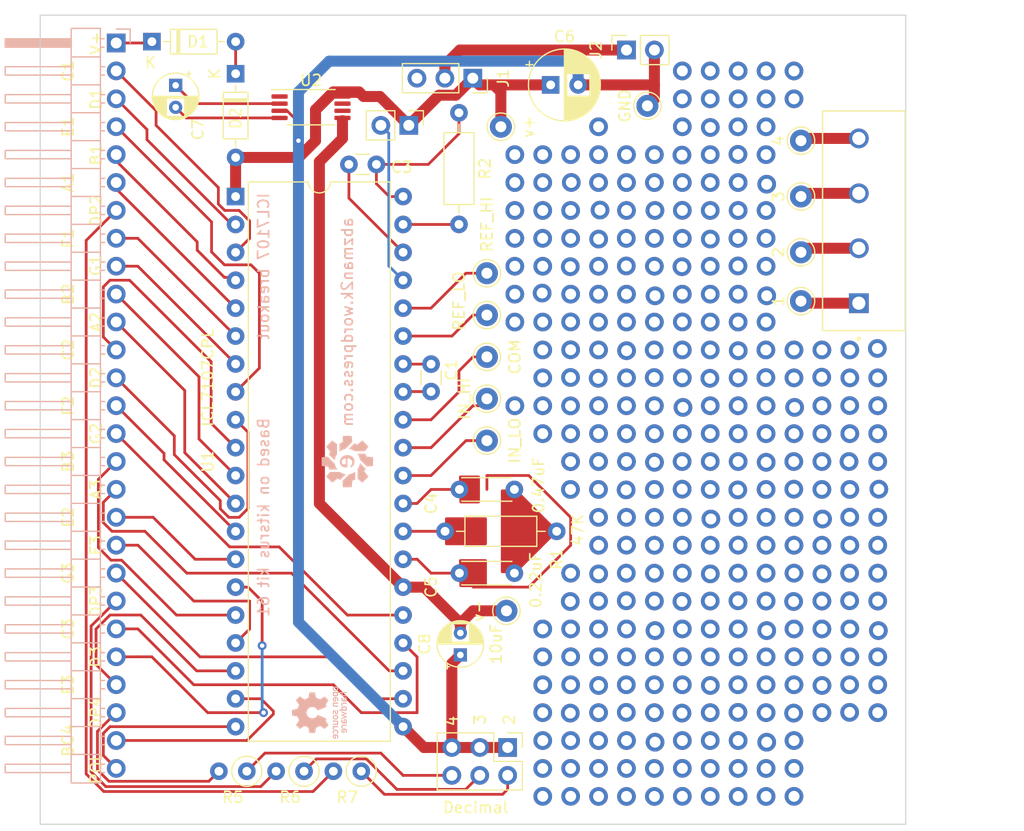
<source format=kicad_pcb>
(kicad_pcb (version 20211014) (generator pcbnew)
  (layers (0 "F.Cu" signal) (31 "B.Cu" signal) (34 "B.Paste" user) (35 "F.Paste" user) (36 "B.SilkS" user "B.Silkscreen") (37 "F.SilkS" user "F.Silkscreen") (38 "B.Mask" user) (39 "F.Mask" user) (44 "Edge.Cuts" user))
  (net 0 "")
  (net 1 "Net-(C1-Pad1)")
  (net 2 "Net-(C1-Pad2)")
  (net 3 "Net-(C3-Pad1)")
  (net 4 "Net-(C3-Pad2)")
  (net 5 "Net-(C4-Pad1)")
  (net 6 "Net-(C4-Pad2)")
  (net 7 "Net-(C5-Pad1)")
  (net 8 "+5V")
  (net 9 "GND")
  (net 10 "Net-(C7-Pad1)")
  (net 11 "Net-(C7-Pad2)")
  (net 12 "/V-")
  (net 13 "/Anode")
  (net 14 "Net-(D1-Pad2)")
  (net 15 "/Input")
  (net 17 "Net-(U1-Pad32)")
  (net 18 "Net-(U1-Pad31)")
  (net 19 "Net-(U1-Pad30)")
  (net 20 "Net-(U1-Pad36)")
  (net 21 "Net-(U1-Pad35)")
  (net 22 "Net-(R5-Pad1)")
  (net 23 "Net-(R6-Pad1)")
  (net 24 "Net-(R7-Pad1)")
  (net 25 "Net-(U1-Pad37)")
  (net 26 "/C1")
  (net 27 "/D1")
  (net 28 "/E1")
  (net 29 "/B1")
  (net 30 "/A1")
  (net 31 "/DP2")
  (net 32 "/F1")
  (net 33 "/G1")
  (net 34 "/B2")
  (net 35 "/A2")
  (net 36 "/C2")
  (net 37 "/D2")
  (net 38 "/F2")
  (net 39 "/G2")
  (net 40 "/B3")
  (net 41 "/A3")
  (net 42 "/E2")
  (net 43 "/F3")
  (net 44 "/G3")
  (net 45 "/DP3")
  (net 46 "/C3")
  (net 47 "/D3")
  (net 48 "/E3")
  (net 49 "/DP4")
  (net 50 "/BC4")
  (net 51 "/POL")
  (net 52 "Net-(R1-Pad1)")
  (net 53 "Net-(R2-Pad2)")
  (net 57 "Net-(J14-Pad1)")
  (net 58 "Net-(J15-Pad1)")
  (net 59 "Net-(J16-Pad1)")
  (net 60 "Net-(J17-Pad1)")
  (footprint "Connector_PinHeader_2.54mm:PinHeader_1x01_P2.54mm_Vertical" (layer "F.Cu") (at 114.3 88.9)
    (fp_text reference "REF**" hide)
    (fp_text value "PinHeader_1x01_P2.54mm_Vertical")
  )
  (footprint "Connector_PinHeader_2.54mm:PinHeader_1x01_P2.54mm_Vertical" (layer "F.Cu") (at 111.76 60.96)
    (fp_text reference "REF**" hide)
    (fp_text value "PinHeader_1x01_P2.54mm_Vertical")
  )
  (footprint "Connector_PinHeader_2.54mm:PinHeader_1x01_P2.54mm_Vertical" (layer "F.Cu") (at 127.058021 86.510442)
    (fp_text reference "REF**" hide)
    (fp_text value "PinHeader_1x01_P2.54mm_Vertical")
  )
  (footprint "Connector_PinHeader_2.54mm:PinHeader_1x01_P2.54mm_Vertical" (layer "F.Cu") (at 106.68 96.52)
    (fp_text reference "REF**" hide)
    (fp_text value "PinHeader_1x01_P2.54mm_Vertical")
  )
  (footprint "Connector_PinHeader_2.54mm:PinHeader_1x01_P2.54mm_Vertical" (layer "F.Cu") (at 109.2028 91.439999)
    (fp_text reference "REF**" hide)
    (fp_text value "PinHeader_1x01_P2.54mm_Vertical")
  )
  (footprint "Connector_PinHeader_2.54mm:PinHeader_1x01_P2.54mm_Vertical" (layer "F.Cu") (at 116.84 106.68)
    (fp_text reference "REF**" hide)
    (fp_text value "PinHeader_1x01_P2.54mm_Vertical")
  )
  (footprint "Connector_PinHeader_2.54mm:PinHeader_1x01_P2.54mm_Vertical" (layer "F.Cu") (at 114.3 86.36)
    (fp_text reference "REF**" hide)
    (fp_text value "PinHeader_1x01_P2.54mm_Vertical")
  )
  (footprint "Connector_PinHeader_2.54mm:PinHeader_1x01_P2.54mm_Vertical" (layer "F.Cu") (at 104.14 78.74)
    (fp_text reference "REF**" hide)
    (fp_text value "PinHeader_1x01_P2.54mm_Vertical")
  )
  (footprint "Connector_PinHeader_2.54mm:PinHeader_1x01_P2.54mm_Vertical" (layer "F.Cu") (at 106.646471 73.701692)
    (fp_text reference "REF**" hide)
    (fp_text value "PinHeader_1x01_P2.54mm_Vertical")
  )
  (footprint "Connector_PinHeader_2.54mm:PinHeader_1x01_P2.54mm_Vertical" (layer "F.Cu") (at 132.08 101.6)
    (fp_text reference "REF**" hide)
    (fp_text value "PinHeader_1x01_P2.54mm_Vertical")
  )
  (footprint "Connector_PinHeader_2.54mm:PinHeader_1x01_P2.54mm_Vertical" (layer "F.Cu") (at 106.68 111.769036)
    (fp_text reference "REF**" hide)
    (fp_text value "PinHeader_1x01_P2.54mm_Vertical")
  )
  (footprint "Connector_PinHeader_2.54mm:PinHeader_1x01_P2.54mm_Vertical" (layer "F.Cu") (at 99.06 66.04)
    (fp_text reference "REF**" hide)
    (fp_text value "PinHeader_1x01_P2.54mm_Vertical")
  )
  (footprint "Connector_PinHeader_2.54mm:PinHeader_1x01_P2.54mm_Vertical" (layer "F.Cu") (at 132.08 76.2)
    (fp_text reference "REF**" hide)
    (fp_text value "PinHeader_1x01_P2.54mm_Vertical")
  )
  (footprint "Connector_PinHeader_2.54mm:PinHeader_1x01_P2.54mm_Vertical" (layer "F.Cu") (at 106.68 55.88)
    (fp_text reference "REF**" hide)
    (fp_text value "PinHeader_1x01_P2.54mm_Vertical")
  )
  (footprint "Connector_PinHeader_2.54mm:PinHeader_1x01_P2.54mm_Vertical" (layer "F.Cu") (at 124.46 73.66)
    (fp_text reference "REF**" hide)
    (fp_text value "PinHeader_1x01_P2.54mm_Vertical")
  )
  (footprint "Connector_PinHeader_2.54mm:PinHeader_1x01_P2.54mm_Vertical" (layer "F.Cu") (at 124.4428 83.794635)
    (fp_text reference "REF**" hide)
    (fp_text value "PinHeader_1x01_P2.54mm_Vertical")
  )
  (footprint "Package_DIP:DIP-40_W15.24mm" (layer "F.Cu") (at 73.655 57.155)
    (fp_text reference "U1")
    (fp_text value "ICL7107CPL")
  )
  (footprint "Connector_PinHeader_2.54mm:PinHeader_1x01_P2.54mm_Vertical" (layer "F.Cu") (at 116.848164 61.027056)
    (fp_text reference "REF**" hide)
    (fp_text value "PinHeader_1x01_P2.54mm_Vertical")
  )
  (footprint "Connector_PinHeader_2.54mm:PinHeader_1x01_P2.54mm_Vertical" (layer "F.Cu") (at 116.84 58.42)
    (fp_text reference "REF**" hide)
    (fp_text value "PinHeader_1x01_P2.54mm_Vertical")
  )
  (footprint "Connector_PinHeader_2.54mm:PinHeader_1x01_P2.54mm_Vertical" (layer "F.Cu") (at 119.38 96.52)
    (fp_text reference "REF**" hide)
    (fp_text value "PinHeader_1x01_P2.54mm_Vertical")
  )
  (footprint "Connector_PinHeader_2.54mm:PinHeader_1x01_P2.54mm_Vertical" (layer "F.Cu") (at 106.68 109.22)
    (fp_text reference "REF**" hide)
    (fp_text value "PinHeader_1x01_P2.54mm_Vertical")
  )
  (footprint "Connector_PinHeader_2.54mm:PinHeader_1x01_P2.54mm_Vertical" (layer "F.Cu") (at 114.299999 58.410964)
    (fp_text reference "REF**" hide)
    (fp_text value "PinHeader_1x01_P2.54mm_Vertical")
  )
  (footprint "Connector_PinHeader_2.54mm:PinHeader_1x01_P2.54mm_Vertical" (layer "F.Cu") (at 104.14 53.34)
    (fp_text reference "REF**" hide)
    (fp_text value "PinHeader_1x01_P2.54mm_Vertical")
  )
  (footprint "Diode_THT:D_DO-35_SOD27_P7.62mm_Horizontal" (layer "F.Cu") (at 73.66 45.974 -90)
    (fp_text reference "D2")
    (fp_text value "1N4148")
  )
  (footprint "Connector_PinHeader_2.54mm:PinHeader_1x01_P2.54mm_Vertical" (layer "F.Cu") (at 109.22 55.88)
    (fp_text reference "REF**" hide)
    (fp_text value "PinHeader_1x01_P2.54mm_Vertical")
  )
  (footprint "Connector_PinSocket_2.54mm:PinSocket_1x03_P2.54mm_Vertical" (layer "F.Cu") (at 95.235 46.38 -90)
    (fp_text reference "J1")
    (fp_text value "power switch")
  )
  (footprint "Connector_PinHeader_2.54mm:PinHeader_1x01_P2.54mm_Vertical" (layer "F.Cu") (at 121.92 83.82)
    (fp_text reference "REF**" hide)
    (fp_text value "PinHeader_1x01_P2.54mm_Vertical")
  )
  (footprint "Connector_PinHeader_2.54mm:PinHeader_1x01_P2.54mm_Vertical" (layer "F.Cu") (at 109.22 53.34)
    (fp_text reference "REF**" hide)
    (fp_text value "PinHeader_1x01_P2.54mm_Vertical")
  )
  (footprint "Connector_PinHeader_2.54mm:PinHeader_1x01_P2.54mm_Vertical" (layer "F.Cu") (at 127 93.98)
    (fp_text reference "REF**" hide)
    (fp_text value "PinHeader_1x01_P2.54mm_Vertical")
  )
  (footprint "Connector_PinHeader_2.54mm:PinHeader_1x01_P2.54mm_Vertical" (layer "F.Cu") (at 111.76 91.44)
    (fp_text reference "REF**" hide)
    (fp_text value "PinHeader_1x01_P2.54mm_Vertical")
  )
  (footprint "Connector_PinHeader_2.54mm:PinHeader_1x01_P2.54mm_Vertical" (layer "F.Cu") (at 101.6 55.88)
    (fp_text reference "REF**" hide)
    (fp_text value "PinHeader_1x01_P2.54mm_Vertical")
  )
  (footprint "Connector_PinHeader_2.54mm:PinHeader_1x01_P2.54mm_Vertical" (layer "F.Cu") (at 121.92 104.14)
    (fp_text reference "REF**" hide)
    (fp_text value "PinHeader_1x01_P2.54mm_Vertical")
  )
  (footprint "Connector_PinHeader_2.54mm:PinHeader_1x01_P2.54mm_Vertical" (layer "F.Cu") (at 99.06 76.2)
    (fp_text reference "REF**" hide)
    (fp_text value "PinHeader_1x01_P2.54mm_Vertical")
  )
  (footprint "Connector_PinHeader_2.54mm:PinHeader_1x01_P2.54mm_Vertical" (layer "F.Cu") (at 106.673262 83.819999)
    (fp_text reference "REF**" hide)
    (fp_text value "PinHeader_1x01_P2.54mm_Vertical")
  )
  (footprint "Connector_PinHeader_2.54mm:PinHeader_1x01_P2.54mm_Vertical" (layer "F.Cu") (at 111.76 76.2)
    (fp_text reference "REF**" hide)
    (fp_text value "PinHeader_1x01_P2.54mm_Vertical")
  )
  (footprint "Connector_PinHeader_2.54mm:PinHeader_1x01_P2.54mm_Vertical" (layer "F.Cu") (at 109.22 109.22)
    (fp_text reference "REF**" hide)
    (fp_text value "PinHeader_1x01_P2.54mm_Vertical")
  )
  (footprint "Connector_PinHeader_2.54mm:PinHeader_1x01_P2.54mm_Vertical" (layer "F.Cu") (at 114.266471 53.381692)
    (fp_text reference "REF**" hide)
    (fp_text value "PinHeader_1x01_P2.54mm_Vertical")
  )
  (footprint "Connector_PinHeader_2.54mm:PinHeader_1x01_P2.54mm_Vertical" (layer "F.Cu") (at 124.46 71.12)
    (fp_text reference "REF**" hide)
    (fp_text value "PinHeader_1x01_P2.54mm_Vertical")
  )
  (footprint "Connector_PinHeader_2.54mm:PinHeader_1x01_P2.54mm_Vertical" (layer "F.Cu") (at 129.5228 104.114635)
    (fp_text reference "REF**" hide)
    (fp_text value "PinHeader_1x01_P2.54mm_Vertical")
  )
  (footprint "Capacitor_THT:C_Disc_D3.0mm_W1.6mm_P2.50mm" (layer "F.Cu") (at 91.44 72.41 -90)
    (fp_text reference "C1")
    (fp_text value "0.1uF")
  )
  (footprint "Connector_PinHeader_2.54mm:PinHeader_1x01_P2.54mm_Vertical" (layer "F.Cu") (at 121.92 58.42)
    (fp_text reference "REF**" hide)
    (fp_text value "PinHeader_1x01_P2.54mm_Vertical")
  )
  (footprint "Connector_PinHeader_2.54mm:PinHeader_1x01_P2.54mm_Vertical" (layer "F.Cu") (at 119.3628 91.439999)
    (fp_text reference "REF**" hide)
    (fp_text value "PinHeader_1x01_P2.54mm_Vertical")
  )
  (footprint "Connector_PinHeader_2.54mm:PinHeader_1x01_P2.54mm_Vertical" (layer "F.Cu") (at 109.22 111.769036)
    (fp_text reference "REF**" hide)
    (fp_text value "PinHeader_1x01_P2.54mm_Vertical")
  )
  (footprint "Connector_PinHeader_2.54mm:PinHeader_1x01_P2.54mm_Vertical" (layer "F.Cu") (at 111.76 68.58)
    (fp_text reference "REF**" hide)
    (fp_text value "PinHeader_1x01_P2.54mm_Vertical")
  )
  (footprint "Connector_PinHeader_2.54mm:PinHeader_1x01_P2.54mm_Vertical" (layer "F.Cu") (at 119.38 68.58)
    (fp_text reference "REF**" hide)
    (fp_text value "PinHeader_1x01_P2.54mm_Vertical")
  )
  (footprint "Connector_PinHeader_2.54mm:PinHeader_1x01_P2.54mm_Vertical" (layer "F.Cu") (at 114.266471 104.181692)
    (fp_text reference "REF**" hide)
    (fp_text value "PinHeader_1x01_P2.54mm_Vertical")
  )
  (footprint "Connector_PinHeader_2.54mm:PinHeader_1x01_P2.54mm_Vertical" (layer "F.Cu") (at 116.898021 86.510442)
    (fp_text reference "REF**" hide)
    (fp_text value "PinHeader_1x01_P2.54mm_Vertical")
  )
  (footprint "Connector_PinHeader_2.54mm:PinHeader_1x01_P2.54mm_Vertical" (layer "F.Cu") (at 101.6 71.12)
    (fp_text reference "REF**" hide)
    (fp_text value "PinHeader_1x01_P2.54mm_Vertical")
  )
  (footprint "Connector_PinHeader_2.54mm:PinHeader_1x01_P2.54mm_Vertical" (layer "F.Cu") (at 119.379999 81.279999)
    (fp_text reference "REF**" hide)
    (fp_text value "PinHeader_1x01_P2.54mm_Vertical")
  )
  (footprint "Connector_Pin:Pin_D1.0mm_L10.0mm" (layer "F.Cu") (at 125.095 52.07 90)
    (fp_text reference "J16" hide)
    (fp_text value "4")
  )
  (footprint "Connector_PinHeader_2.54mm:PinHeader_1x01_P2.54mm_Vertical" (layer "F.Cu") (at 101.6 53.34)
    (fp_text reference "REF**" hide)
    (fp_text value "PinHeader_1x01_P2.54mm_Vertical")
  )
  (footprint "Connector_Pin:Pin_D1.0mm_L10.0mm" (layer "F.Cu") (at 111.125 48.895 90)
    (fp_text reference "J4" hide)
    (fp_text value "GND")
  )
  (footprint "Connector_PinSocket_2.54mm:PinSocket_1x02_P2.54mm_Vertical" (layer "F.Cu") (at 109.22 43.815 90)
    (fp_text reference "J2")
    (fp_text value "input power")
  )
  (footprint "Connector_PinHeader_2.54mm:PinHeader_1x01_P2.54mm_Vertical" (layer "F.Cu") (at 124.426471 104.181692)
    (fp_text reference "REF**" hide)
    (fp_text value "PinHeader_1x01_P2.54mm_Vertical")
  )
  (footprint "Connector_PinHeader_2.54mm:PinHeader_1x01_P2.54mm_Vertical" (layer "F.Cu") (at 124.518021 76.350442)
    (fp_text reference "REF**" hide)
    (fp_text value "PinHeader_1x01_P2.54mm_Vertical")
  )
  (footprint "Connector_PinHeader_2.54mm:PinHeader_1x01_P2.54mm_Vertical" (layer "F.Cu") (at 119.3628 101.599999)
    (fp_text reference "REF**" hide)
    (fp_text value "PinHeader_1x01_P2.54mm_Vertical")
  )
  (footprint "Connector_PinHeader_2.54mm:PinHeader_1x01_P2.54mm_Vertical" (layer "F.Cu") (at 116.84 63.5)
    (fp_text reference "REF**" hide)
    (fp_text value "PinHeader_1x01_P2.54mm_Vertical")
  )
  (footprint "Connector_PinHeader_2.54mm:PinHeader_1x01_P2.54mm_Vertical" (layer "F.Cu") (at 101.6 106.68)
    (fp_text reference "REF**" hide)
    (fp_text value "PinHeader_1x01_P2.54mm_Vertical")
  )
  (footprint "Connector_PinHeader_2.54mm:PinHeader_1x01_P2.54mm_Vertical" (layer "F.Cu") (at 104.139999 101.599999)
    (fp_text reference "REF**" hide)
    (fp_text value "PinHeader_1x01_P2.54mm_Vertical")
  )
  (footprint "Connector_PinHeader_2.54mm:PinHeader_1x01_P2.54mm_Vertical" (layer "F.Cu") (at 116.84 48.26)
    (fp_text reference "REF**" hide)
    (fp_text value "PinHeader_1x01_P2.54mm_Vertical")
  )
  (footprint "Connector_PinHeader_2.54mm:PinHeader_1x01_P2.54mm_Vertical" (layer "F.Cu") (at 101.591835 60.957859)
    (fp_text reference "REF**" hide)
    (fp_text value "PinHeader_1x01_P2.54mm_Vertical")
  )
  (footprint "Capacitor_THT:C_Disc_D3.0mm_W1.6mm_P2.50mm" (layer "F.Cu") (at 86.467 54.229 180)
    (fp_text reference "C3")
    (fp_text value "100pF")
  )
  (footprint "Connector_PinHeader_2.54mm:PinHeader_1x01_P2.54mm_Vertical" (layer "F.Cu") (at 109.219999 88.890964)
    (fp_text reference "REF**" hide)
    (fp_text value "PinHeader_1x01_P2.54mm_Vertical")
  )
  (footprint "Connector_PinHeader_2.54mm:PinHeader_1x01_P2.54mm_Vertical" (layer "F.Cu") (at 124.426471 94.021692)
    (fp_text reference "REF**" hide)
    (fp_text value "PinHeader_1x01_P2.54mm_Vertical")
  )
  (footprint "Connector_PinHeader_2.54mm:PinHeader_1x01_P2.54mm_Vertical" (layer "F.Cu") (at 101.6 68.58)
    (fp_text reference "REF**" hide)
    (fp_text value "PinHeader_1x01_P2.54mm_Vertical")
  )
  (footprint "Connector_PinHeader_2.54mm:PinHeader_1x01_P2.54mm_Vertical" (layer "F.Cu") (at 124.46 106.68)
    (fp_text reference "REF**" hide)
    (fp_text value "PinHeader_1x01_P2.54mm_Vertical")
  )
  (footprint "Connector_PinHeader_2.54mm:PinHeader_1x01_P2.54mm_Vertical" (layer "F.Cu") (at 132.08 81.28)
    (fp_text reference "REF**" hide)
    (fp_text value "PinHeader_1x01_P2.54mm_Vertical")
  )
  (footprint "Connector_PinHeader_2.54mm:PinHeader_1x01_P2.54mm_Vertical" (layer "F.Cu") (at 109.228164 71.187056)
    (fp_text reference "REF**" hide)
    (fp_text value "PinHeader_1x01_P2.54mm_Vertical")
  )
  (footprint "Connector_PinHeader_2.54mm:PinHeader_1x01_P2.54mm_Vertical" (layer "F.Cu") (at 111.818021 66.190442)
    (fp_text reference "REF**" hide)
    (fp_text value "PinHeader_1x01_P2.54mm_Vertical")
  )
  (footprint "Connector_PinHeader_2.54mm:PinHeader_1x01_P2.54mm_Vertical" (layer "F.Cu") (at 121.92 68.58)
    (fp_text reference "REF**" hide)
    (fp_text value "PinHeader_1x01_P2.54mm_Vertical")
  )
  (footprint "Connector_PinHeader_2.54mm:PinHeader_1x01_P2.54mm_Vertical" (layer "F.Cu") (at 124.46 86.36)
    (fp_text reference "REF**" hide)
    (fp_text value "PinHeader_1x01_P2.54mm_Vertical")
  )
  (footprint "Connector_PinHeader_2.54mm:PinHeader_1x01_P2.54mm_Vertical" (layer "F.Cu") (at 119.3628 60.959999)
    (fp_text reference "REF**" hide)
    (fp_text value "PinHeader_1x01_P2.54mm_Vertical")
  )
  (footprint "Connector_PinHeader_2.54mm:PinHeader_1x01_P2.54mm_Vertical" (layer "F.Cu") (at 106.68 76.2)
    (fp_text reference "REF**" hide)
    (fp_text value "PinHeader_1x01_P2.54mm_Vertical")
  )
  (footprint "Connector_PinHeader_2.54mm:PinHeader_1x01_P2.54mm_Vertical" (layer "F.Cu") (at 129.54 78.74)
    (fp_text reference "REF**" hide)
    (fp_text value "PinHeader_1x01_P2.54mm_Vertical")
  )
  (footprint "Connector_PinHeader_2.54mm:PinHeader_1x01_P2.54mm_Vertical" (layer "F.Cu") (at 116.84 83.82)
    (fp_text reference "REF**" hide)
    (fp_text value "PinHeader_1x01_P2.54mm_Vertical")
  )
  (footprint "Connector_PinHeader_2.54mm:PinHeader_1x01_P2.54mm_Vertical" (layer "F.Cu") (at 114.299999 109.210964)
    (fp_text reference "REF**" hide)
    (fp_text value "PinHeader_1x01_P2.54mm_Vertical")
  )
  (footprint "Connector_PinHeader_2.54mm:PinHeader_1x01_P2.54mm_Vertical" (layer "F.Cu") (at 104.139999 71.105812)
    (fp_text reference "REF**" hide)
    (fp_text value "PinHeader_1x01_P2.54mm_Vertical")
  )
  (footprint "Connector_PinHeader_2.54mm:PinHeader_1x01_P2.54mm_Vertical" (layer "F.Cu") (at 106.688164 88.9)
    (fp_text reference "REF**" hide)
    (fp_text value "PinHeader_1x01_P2.54mm_Vertical")
  )
  (footprint "Capacitor_THT:CP_Radial_D4.0mm_P2.00mm" (layer "F.Cu") (at 94.107 98.8896 90)
    (fp_text reference "C8")
    (fp_text value "10uF")
  )
  (footprint "Connector_PinHeader_2.54mm:PinHeader_1x01_P2.54mm_Vertical" (layer "F.Cu") (at 114.3 78.74)
    (fp_text reference "REF**" hide)
    (fp_text value "PinHeader_1x01_P2.54mm_Vertical")
  )
  (footprint "Connector_PinHeader_2.54mm:PinHeader_1x01_P2.54mm_Vertical" (layer "F.Cu") (at 119.3628 50.799999)
    (fp_text reference "REF**" hide)
    (fp_text value "PinHeader_1x01_P2.54mm_Vertical")
  )
  (footprint "Connector_PinHeader_2.54mm:PinHeader_1x01_P2.54mm_Vertical" (layer "F.Cu") (at 114.266471 94.021692)
    (fp_text reference "REF**" hide)
    (fp_text value "PinHeader_1x01_P2.54mm_Vertical")
  )
  (footprint "Connector_PinHeader_2.54mm:PinHeader_1x01_P2.54mm_Vertical" (layer "F.Cu") (at 111.76 93.98)
    (fp_text reference "REF**" hide)
    (fp_text value "PinHeader_1x01_P2.54mm_Vertical")
  )
  (footprint "Connector_PinHeader_2.54mm:PinHeader_1x01_P2.54mm_Vertical" (layer "F.Cu") (at 132.08 78.74)
    (fp_text reference "REF**" hide)
    (fp_text value "PinHeader_1x01_P2.54mm_Vertical")
  )
  (footprint "Connector_PinHeader_2.54mm:PinHeader_1x01_P2.54mm_Vertical" (layer "F.Cu") (at 101.6 109.22)
    (fp_text reference "REF**" hide)
    (fp_text value "PinHeader_1x01_P2.54mm_Vertical")
  )
  (footprint "Connector_PinHeader_2.54mm:PinHeader_1x01_P2.54mm_Vertical" (layer "F.Cu") (at 121.978021 106.830442)
    (fp_text reference "REF**" hide)
    (fp_text value "PinHeader_1x01_P2.54mm_Vertical")
  )
  (footprint "Connector_PinHeader_2.54mm:PinHeader_1x01_P2.54mm_Vertical" (layer "F.Cu") (at 109.22 106.68)
    (fp_text reference "REF**" hide)
    (fp_text value "PinHeader_1x01_P2.54mm_Vertical")
  )
  (footprint "Connector_PinHeader_2.54mm:PinHeader_1x01_P2.54mm_Vertical" (layer "F.Cu") (at 104.106471 104.181692)
    (fp_text reference "REF**" hide)
    (fp_text value "PinHeader_1x01_P2.54mm_Vertical")
  )
  (footprint "Connector_PinHeader_2.54mm:PinHeader_1x01_P2.54mm_Vertical" (layer "F.Cu") (at 126.983671 73.601978)
    (fp_text reference "REF**" hide)
    (fp_text value "PinHeader_1x01_P2.54mm_Vertical")
  )
  (footprint "Connector_PinHeader_2.54mm:PinHeader_1x01_P2.54mm_Vertical" (layer "F.Cu") (at 119.388164 71.187056)
    (fp_text reference "REF**" hide)
    (fp_text value "PinHeader_1x01_P2.54mm_Vertical")
  )
  (footprint "Connector_PinHeader_2.54mm:PinHeader_1x01_P2.54mm_Vertical" (layer "F.Cu") (at 129.5228 101.599999)
    (fp_text reference "REF**" hide)
    (fp_text value "PinHeader_1x01_P2.54mm_Vertical")
  )
  (footprint "Connector_PinHeader_2.54mm:PinHeader_1x01_P2.54mm_Vertical" (layer "F.Cu") (at 121.92 50.8)
    (fp_text reference "REF**" hide)
    (fp_text value "PinHeader_1x01_P2.54mm_Vertical")
  )
  (footprint "Connector_PinHeader_2.54mm:PinHeader_1x01_P2.54mm_Vertical" (layer "F.Cu") (at 111.76 99.06)
    (fp_text reference "REF**" hide)
    (fp_text value "PinHeader_1x01_P2.54mm_Vertical")
  )
  (footprint "Connector_PinHeader_2.54mm:PinHeader_1x01_P2.54mm_Vertical" (layer "F.Cu") (at 119.3628 53.314635)
    (fp_text reference "REF**" hide)
    (fp_text value "PinHeader_1x01_P2.54mm_Vertical")
  )
  (footprint "Connector_PinHeader_2.54mm:PinHeader_1x01_P2.54mm_Vertical" (layer "F.Cu") (at 109.22 78.74)
    (fp_text reference "REF**" hide)
    (fp_text value "PinHeader_1x01_P2.54mm_Vertical")
  )
  (footprint "Connector_PinHeader_2.54mm:PinHeader_1x01_P2.54mm_Vertical" (layer "F.Cu") (at 124.46 96.52)
    (fp_text reference "REF**" hide)
    (fp_text value "PinHeader_1x01_P2.54mm_Vertical")
  )
  (footprint "Connector_PinHeader_2.54mm:PinHeader_1x01_P2.54mm_Vertical" (layer "F.Cu") (at 109.22 73.66)
    (fp_text reference "REF**" hide)
    (fp_text value "PinHeader_1x01_P2.54mm_Vertical")
  )
  (footprint "Connector_PinHeader_2.54mm:PinHeader_1x01_P2.54mm_Vertical" (layer "F.Cu") (at 114.3 71.12)
    (fp_text reference "REF**" hide)
    (fp_text value "PinHeader_1x01_P2.54mm_Vertical")
  )
  (footprint "Connector_Pin:Pin_D1.0mm_L10.0mm" (layer "F.Cu") (at 125.095 57.15 90)
    (fp_text reference "J15" hide)
    (fp_text value "3")
  )
  (footprint "Connector_PinHeader_2.54mm:PinHeader_1x01_P2.54mm_Vertical" (layer "F.Cu") (at 101.6 101.6)
    (fp_text reference "REF**" hide)
    (fp_text value "PinHeader_1x01_P2.54mm_Vertical")
  )
  (footprint "Connector_PinHeader_2.54mm:PinHeader_1x01_P2.54mm_Vertical" (layer "F.Cu") (at 121.92 86.36)
    (fp_text reference "REF**" hide)
    (fp_text value "PinHeader_1x01_P2.54mm_Vertical")
  )
  (footprint "Connector_PinHeader_2.54mm:PinHeader_1x01_P2.54mm_Vertical" (layer "F.Cu") (at 127 81.28)
    (fp_text reference "REF**" hide)
    (fp_text value "PinHeader_1x01_P2.54mm_Vertical")
  )
  (footprint "Connector_PinHeader_2.54mm:PinHeader_1x01_P2.54mm_Vertical" (layer "F.Cu") (at 121.92 78.74)
    (fp_text reference "REF**" hide)
    (fp_text value "PinHeader_1x01_P2.54mm_Vertical")
  )
  (footprint "Connector_PinHeader_2.54mm:PinHeader_1x02_P2.54mm_Vertical" (layer "F.Cu") (at 89.413 50.673 -90)
    (fp_text reference "J12" hide)
    (fp_text value "lamp test")
  )
  (footprint "Connector_PinHeader_2.54mm:PinHeader_1x01_P2.54mm_Vertical" (layer "F.Cu") (at 121.978021 96.670442)
    (fp_text reference "REF**" hide)
    (fp_text value "PinHeader_1x01_P2.54mm_Vertical")
  )
  (footprint "Connector_PinHeader_2.54mm:PinHeader_1x01_P2.54mm_Vertical" (layer "F.Cu") (at 121.92 60.96)
    (fp_text reference "REF**" hide)
    (fp_text value "PinHeader_1x01_P2.54mm_Vertical")
  )
  (footprint "Connector_PinHeader_2.54mm:PinHeader_1x01_P2.54mm_Vertical" (layer "F.Cu") (at 99.06 68.58)
    (fp_text reference "REF**" hide)
    (fp_text value "PinHeader_1x01_P2.54mm_Vertical")
  )
  (footprint "Connector_PinHeader_2.54mm:PinHeader_1x01_P2.54mm_Vertical" (layer "F.Cu") (at 104.130065 73.626999)
    (fp_text reference "REF**" hide)
    (fp_text value "PinHeader_1x01_P2.54mm_Vertical")
  )
  (footprint "Connector_PinHeader_2.54mm:PinHeader_1x01_P2.54mm_Vertical" (layer "F.Cu") (at 111.76 53.34)
    (fp_text reference "REF**" hide)
    (fp_text value "PinHeader_1x01_P2.54mm_Vertical")
  )
  (footprint "Connector_Pin:Pin_D1.0mm_L10.0mm" (layer "F.Cu") (at 96.52 71.755 90)
    (fp_text reference "J6" hide)
    (fp_text value "COM")
  )
  (footprint "Connector_PinHeader_2.54mm:PinHeader_1x01_P2.54mm_Vertical" (layer "F.Cu") (at 109.22 68.58)
    (fp_text reference "REF**" hide)
    (fp_text value "PinHeader_1x01_P2.54mm_Vertical")
  )
  (footprint "Connector_PinHeader_2.54mm:PinHeader_1x01_P2.54mm_Vertical" (layer "F.Cu") (at 109.2028 63.474635)
    (fp_text reference "REF**" hide)
    (fp_text value "PinHeader_1x01_P2.54mm_Vertical")
  )
  (footprint "Connector_PinHeader_2.54mm:PinHeader_1x01_P2.54mm_Vertical" (layer "F.Cu") (at 99.06 55.88)
    (fp_text reference "REF**" hide)
    (fp_text value "PinHeader_1x01_P2.54mm_Vertical")
  )
  (footprint "Connector_PinHeader_2.54mm:PinHeader_1x01_P2.54mm_Vertical" (layer "F.Cu") (at 99.06 60.96)
    (fp_text reference "REF**" hide)
    (fp_text value "PinHeader_1x01_P2.54mm_Vertical")
  )
  (footprint "Connector_PinHeader_2.54mm:PinHeader_1x01_P2.54mm_Vertical" (layer "F.Cu") (at 111.76 55.88)
    (fp_text reference "REF**" hide)
    (fp_text value "PinHeader_1x01_P2.54mm_Vertical")
  )
  (footprint "Connector_PinHeader_2.54mm:PinHeader_1x01_P2.54mm_Vertical" (layer "F.Cu") (at 104.139999 91.439999)
    (fp_text reference "REF**" hide)
    (fp_text value "PinHeader_1x01_P2.54mm_Vertical")
  )
  (footprint "Connector_PinHeader_2.54mm:PinHeader_1x01_P2.54mm_Vertical" (layer "F.Cu") (at 109.22 58.42)
    (fp_text reference "REF**" hide)
    (fp_text value "PinHeader_1x01_P2.54mm_Vertical")
  )
  (footprint "Connector_PinHeader_2.54mm:PinHeader_1x01_P2.54mm_Vertical" (layer "F.Cu") (at 111.76 63.5)
    (fp_text reference "REF**" hide)
    (fp_text value "PinHeader_1x01_P2.54mm_Vertical")
  )
  (footprint "Connector_PinHeader_2.54mm:PinHeader_1x01_P2.54mm_Vertical" (layer "F.Cu") (at 116.84 109.22)
    (fp_text reference "REF**" hide)
    (fp_text value "PinHeader_1x01_P2.54mm_Vertical")
  )
  (footprint "Connector_PinHeader_2.54mm:PinHeader_1x01_P2.54mm_Vertical" (layer "F.Cu") (at 101.6 73.66)
    (fp_text reference "REF**" hide)
    (fp_text value "PinHeader_1x01_P2.54mm_Vertical")
  )
  (footprint "Connector_PinHeader_2.54mm:PinHeader_1x01_P2.54mm_Vertical" (layer "F.Cu") (at 119.346471 83.861692)
    (fp_text reference "REF**" hide)
    (fp_text value "PinHeader_1x01_P2.54mm_Vertical")
  )
  (footprint "Connector_PinHeader_2.54mm:PinHeader_1x01_P2.54mm_Vertical" (layer "F.Cu") (at 111.76 78.74)
    (fp_text reference "REF**" hide)
    (fp_text value "PinHeader_1x01_P2.54mm_Vertical")
  )
  (footprint "Connector_PinHeader_2.54mm:PinHeader_1x01_P2.54mm_Vertical" (layer "F.Cu") (at 132.08 91.44)
    (fp_text reference "REF**" hide)
    (fp_text value "PinHeader_1x01_P2.54mm_Vertical")
  )
  (footprint "Connector_PinHeader_2.54mm:PinHeader_1x01_P2.54mm_Vertical" (layer "F.Cu") (at 132.08 88.9)
    (fp_text reference "REF**" hide)
    (fp_text value "PinHeader_1x01_P2.54mm_Vertical")
  )
  (footprint "Connector_PinHeader_2.54mm:PinHeader_1x01_P2.54mm_Vertical" (layer "F.Cu") (at 129.5228 91.439999)
    (fp_text reference "REF**" hide)
    (fp_text value "PinHeader_1x01_P2.54mm_Vertical")
  )
  (footprint "Connector_PinHeader_2.54mm:PinHeader_1x01_P2.54mm_Vertical" (layer "F.Cu") (at 104.139999 99.050964)
    (fp_text reference "REF**" hide)
    (fp_text value "PinHeader_1x01_P2.54mm_Vertical")
  )
  (footprint "Connector_PinHeader_2.54mm:PinHeader_1x01_P2.54mm_Vertical" (layer "F.Cu") (at 104.106471 94.021692)
    (fp_text reference "REF**" hide)
    (fp_text value "PinHeader_1x01_P2.54mm_Vertical")
  )
  (footprint "Connector_PinHeader_2.54mm:PinHeader_1x01_P2.54mm_Vertical" (layer "F.Cu") (at 104.198892 55.871835)
    (fp_text reference "REF**" hide)
    (fp_text value "PinHeader_1x01_P2.54mm_Vertical")
  )
  (footprint "Connector_PinHeader_2.54mm:PinHeader_1x01_P2.54mm_Vertical" (layer "F.Cu") (at 106.68 50.8)
    (fp_text reference "REF**" hide)
    (fp_text value "PinHeader_1x01_P2.54mm_Vertical")
  )
  (footprint "Connector_PinHeader_2.54mm:PinHeader_1x01_P2.54mm_Vertical" (layer "F.Cu") (at 109.22 76.2)
    (fp_text reference "REF**" hide)
    (fp_text value "PinHeader_1x01_P2.54mm_Vertical")
  )
  (footprint "Connector_Pin:Pin_D1.0mm_L10.0mm" (layer "F.Cu") (at 98.298 94.869 90)
    (fp_text reference "J5" hide)
    (fp_text value "v-")
  )
  (footprint "Connector_PinHeader_2.54mm:PinHeader_1x01_P2.54mm_Vertical" (layer "F.Cu") (at 106.68 106.68)
    (fp_text reference "REF**" hide)
    (fp_text value "PinHeader_1x01_P2.54mm_Vertical")
  )
  (footprint "Connector_PinHeader_2.54mm:PinHeader_1x01_P2.54mm_Vertical" (layer "F.Cu") (at 127.008164 101.667056)
    (fp_text reference "REF**" hide)
    (fp_text value "PinHeader_1x01_P2.54mm_Vertical")
  )
  (footprint "Connector_PinHeader_2.54mm:PinHeader_1x01_P2.54mm_Vertical" (layer "F.Cu") (at 116.839999 78.730964)
    (fp_text reference "REF**" hide)
    (fp_text value "PinHeader_1x01_P2.54mm_Vertical")
  )
  (footprint "Connector_PinHeader_2.54mm:PinHeader_1x01_P2.54mm_Vertical" (layer "F.Cu") (at 106.68 66.04)
    (fp_text reference "REF**" hide)
    (fp_text value "PinHeader_1x01_P2.54mm_Vertical")
  )
  (footprint "Connector_PinHeader_2.54mm:PinHeader_1x01_P2.54mm_Vertical" (layer "F.Cu") (at 119.38 78.74)
    (fp_text reference "REF**" hide)
    (fp_text value "PinHeader_1x01_P2.54mm_Vertical")
  )
  (footprint "Connector_PinHeader_2.54mm:PinHeader_1x01_P2.54mm_Vertical" (layer "F.Cu") (at 114.266471 63.541692)
    (fp_text reference "REF**" hide)
    (fp_text value "PinHeader_1x01_P2.54mm_Vertical")
  )
  (footprint "Connector_PinHeader_2.54mm:PinHeader_1x01_P2.54mm_Vertical" (layer "F.Cu") (at 121.92 111.769036)
    (fp_text reference "REF**" hide)
    (fp_text value "PinHeader_1x01_P2.54mm_Vertical")
  )
  (footprint "Connector_PinHeader_2.54mm:PinHeader_1x01_P2.54mm_Vertical" (layer "F.Cu") (at 121.978021 56.030442)
    (fp_text reference "REF**" hide)
    (fp_text value "PinHeader_1x01_P2.54mm_Vertical")
  )
  (footprint "Connector_PinHeader_2.54mm:PinHeader_1x01_P2.54mm_Vertical" (layer "F.Cu") (at 127 83.82)
    (fp_text reference "REF**" hide)
    (fp_text value "PinHeader_1x01_P2.54mm_Vertical")
  )
  (footprint "Connector_PinHeader_2.54mm:PinHeader_1x01_P2.54mm_Vertical" (layer "F.Cu") (at 114.299999 68.570964)
    (fp_text reference "REF**" hide)
    (fp_text value "PinHeader_1x01_P2.54mm_Vertical")
  )
  (footprint "Connector_PinHeader_2.54mm:PinHeader_1x01_P2.54mm_Vertical" (layer "F.Cu") (at 114.299999 91.439999)
    (fp_text reference "REF**" hide)
    (fp_text value "PinHeader_1x01_P2.54mm_Vertical")
  )
  (footprint "Connector_PinHeader_2.54mm:PinHeader_1x01_P2.54mm_Vertical" (layer "F.Cu") (at 121.92 93.98)
    (fp_text reference "REF**" hide)
    (fp_text value "PinHeader_1x01_P2.54mm_Vertical")
  )
  (footprint "Connector_PinHeader_2.54mm:PinHeader_1x01_P2.54mm_Vertical" (layer "F.Cu") (at 106.68 93.98)
    (fp_text reference "REF**" hide)
    (fp_text value "PinHeader_1x01_P2.54mm_Vertical")
  )
  (footprint "Connector_PinHeader_2.54mm:PinHeader_1x01_P2.54mm_Vertical" (layer "F.Cu") (at 104.133262 81.288164)
    (fp_text reference "REF**" hide)
    (fp_text value "PinHeader_1x01_P2.54mm_Vertical")
  )
  (footprint "Connector_PinHeader_2.54mm:PinHeader_1x01_P2.54mm_Vertical" (layer "F.Cu") (at 116.84 76.2)
    (fp_text reference "REF**" hide)
    (fp_text value "PinHeader_1x01_P2.54mm_Vertical")
  )
  (footprint "Connector_PinHeader_2.54mm:PinHeader_1x01_P2.54mm_Vertical" (layer "F.Cu") (at 109.2028 93.954635)
    (fp_text reference "REF**" hide)
    (fp_text value "PinHeader_1x01_P2.54mm_Vertical")
  )
  (footprint "Connector_PinHeader_2.54mm:PinHeader_1x01_P2.54mm_Vertical" (layer "F.Cu") (at 121.92 76.2)
    (fp_text reference "REF**" hide)
    (fp_text value "PinHeader_1x01_P2.54mm_Vertical")
  )
  (footprint "Connector_PinHeader_2.54mm:PinHeader_1x01_P2.54mm_Vertical" (layer "F.Cu") (at 101.6 111.76)
    (fp_text reference "REF**" hide)
    (fp_text value "PinHeader_1x01_P2.54mm_Vertical")
  )
  (footprint "Connector_Pin:Pin_D1.0mm_L10.0mm" (layer "F.Cu") (at 96.52 79.375 90)
    (fp_text reference "J8" hide)
    (fp_text value "IN_LO")
  )
  (footprint "Connector_PinHeader_2.54mm:PinHeader_1x01_P2.54mm_Vertical" (layer "F.Cu") (at 121.92 48.26)
    (fp_text reference "REF**" hide)
    (fp_text value "PinHeader_1x01_P2.54mm_Vertical")
  )
  (footprint "Connector_PinHeader_2.54mm:PinHeader_1x01_P2.54mm_Vertical" (layer "F.Cu") (at 124.459999 101.599999)
    (fp_text reference "REF**" hide)
    (fp_text value "PinHeader_1x01_P2.54mm_Vertical")
  )
  (footprint "Connector_PinHeader_2.54mm:PinHeader_1x01_P2.54mm_Vertical" (layer "F.Cu") (at 116.84 55.88)
    (fp_text reference "REF**" hide)
    (fp_text value "PinHeader_1x01_P2.54mm_Vertical")
  )
  (footprint "Connector_Pin:Pin_D1.0mm_L10.0mm" (layer "F.Cu") (at 97.79 50.8 90)
    (fp_text reference "J3" hide)
    (fp_text value "v+")
  )
  (footprint "Connector_PinHeader_2.54mm:PinHeader_1x01_P2.54mm_Vertical" (layer "F.Cu") (at 124.459999 109.210964)
    (fp_text reference "REF**" hide)
    (fp_text value "PinHeader_1x01_P2.54mm_Vertical")
  )
  (footprint "Connector_PinHeader_2.54mm:PinHeader_1x01_P2.54mm_Vertical" (layer "F.Cu") (at 114.3 66.04)
    (fp_text reference "REF**" hide)
    (fp_text value "PinHeader_1x01_P2.54mm_Vertical")
  )
  (footprint "Connector_PinHeader_2.54mm:PinHeader_1x01_P2.54mm_Vertical" (layer "F.Cu") (at 132.08 73.66)
    (fp_text reference "REF**" hide)
    (fp_text value "PinHeader_1x01_P2.54mm_Vertical")
  )
  (footprint "Connector_PinHeader_2.54mm:PinHeader_1x01_P2.54mm_Vertical" (layer "F.Cu") (at 104.139999 68.570964)
    (fp_text reference "REF**" hide)
    (fp_text value "PinHeader_1x01_P2.54mm_Vertical")
  )
  (footprint "Connector_PinHeader_2.54mm:PinHeader_1x01_P2.54mm_Vertical" (layer "F.Cu") (at 129.54 73.66)
    (fp_text reference "REF**" hide)
    (fp_text value "PinHeader_1x01_P2.54mm_Vertical")
  )
  (footprint "Connector_PinHeader_2.54mm:PinHeader_1x01_P2.54mm_Vertical" (layer "F.Cu") (at 111.76 86.36)
    (fp_text reference "REF**" hide)
    (fp_text value "PinHeader_1x01_P2.54mm_Vertical")
  )
  (footprint "Connector_PinHeader_2.54mm:PinHeader_1x01_P2.54mm_Vertical" (layer "F.Cu") (at 114.358021 76.350442)
    (fp_text reference "REF**" hide)
    (fp_text value "PinHeader_1x01_P2.54mm_Vertical")
  )
  (footprint "Connector_PinHeader_2.54mm:PinHeader_1x01_P2.54mm_Vertical" (layer "F.Cu") (at 116.84 45.72)
    (fp_text reference "REF**" hide)
    (fp_text value "PinHeader_1x01_P2.54mm_Vertical")
  )
  (footprint "Connector_PinHeader_2.54mm:PinHeader_1x01_P2.54mm_Vertical" (layer "F.Cu") (at 104.14 106.68)
    (fp_text reference "REF**" hide)
    (fp_text value "PinHeader_1x01_P2.54mm_Vertical")
  )
  (footprint "Connector_PinHeader_2.54mm:PinHeader_1x01_P2.54mm_Vertical" (layer "F.Cu") (at 114.299999 101.599999)
    (fp_text reference "REF**" hide)
    (fp_text value "PinHeader_1x01_P2.54mm_Vertical")
  )
  (footprint "Connector_PinHeader_2.54mm:PinHeader_1x01_P2.54mm_Vertical" (layer "F.Cu") (at 116.84 81.28)
    (fp_text reference "REF**" hide)
    (fp_text value "PinHeader_1x01_P2.54mm_Vertical")
  )
  (footprint "Connector_PinHeader_2.54mm:PinHeader_1x01_P2.54mm_Vertical" (layer "F.Cu") (at 116.84 88.9)
    (fp_text reference "REF**" hide)
    (fp_text value "PinHeader_1x01_P2.54mm_Vertical")
  )
  (footprint "Resistor_THT:R_Axial_DIN0207_L6.3mm_D2.5mm_P2.54mm_Vertical" (layer "F.Cu") (at 74.676 109.474 180)
    (fp_text reference "R5")
    (fp_text value "470")
  )
  (footprint "Connector_PinHeader_2.54mm:PinHeader_1x01_P2.54mm_Vertical" (layer "F.Cu") (at 114.299999 111.76)
    (fp_text reference "REF**" hide)
    (fp_text value "PinHeader_1x01_P2.54mm_Vertical")
  )
  (footprint "Connector_PinHeader_2.54mm:PinHeader_1x01_P2.54mm_Vertical" (layer "F.Cu") (at 119.38 66.04)
    (fp_text reference "REF**" hide)
    (fp_text value "PinHeader_1x01_P2.54mm_Vertical")
  )
  (footprint "Connector_PinHeader_2.54mm:PinHeader_1x01_P2.54mm_Vertical" (layer "F.Cu") (at 116.848164 101.667056)
    (fp_text reference "REF**" hide)
    (fp_text value "PinHeader_1x01_P2.54mm_Vertical")
  )
  (footprint "Connector_PinHeader_2.54mm:PinHeader_1x01_P2.54mm_Vertical" (layer "F.Cu") (at 129.54 99.06)
    (fp_text reference "REF**" hide)
    (fp_text value "PinHeader_1x01_P2.54mm_Vertical")
  )
  (footprint "Connector_PinHeader_2.54mm:PinHeader_1x01_P2.54mm_Vertical" (layer "F.Cu") (at 129.531835 76.183671)
    (fp_text reference "REF**" hide)
    (fp_text value "PinHeader_1x01_P2.54mm_Vertical")
  )
  (footprint "Connector_PinHeader_2.54mm:PinHeader_1x01_P2.54mm_Vertical" (layer "F.Cu") (at 119.38 111.769036)
    (fp_text reference "REF**" hide)
    (fp_text value "PinHeader_1x01_P2.54mm_Vertical")
  )
  (footprint "Connector_PinHeader_2.54mm:PinHeader_1x01_P2.54mm_Vertical" (layer "F.Cu") (at 114.299999 99.050964)
    (fp_text reference "REF**" hide)
    (fp_text value "PinHeader_1x01_P2.54mm_Vertical")
  )
  (footprint "Connector_PinHeader_2.54mm:PinHeader_1x01_P2.54mm_Vertical" (layer "F.Cu") (at 116.84 104.14)
    (fp_text reference "REF**" hide)
    (fp_text value "PinHeader_1x01_P2.54mm_Vertical")
  )
  (footprint "Connector_PinHeader_2.54mm:PinHeader_1x01_P2.54mm_Vertical" (layer "F.Cu") (at 132.138021 96.670442)
    (fp_text reference "REF**" hide)
    (fp_text value "PinHeader_1x01_P2.54mm_Vertical")
  )
  (footprint "Connector_PinHeader_2.54mm:PinHeader_1x01_P2.54mm_Vertical" (layer "F.Cu") (at 132.046471 70.986756)
    (fp_text reference "REF**" hide)
    (fp_text value "PinHeader_1x01_P2.54mm_Vertical")
  )
  (footprint "Connector_PinHeader_2.54mm:PinHeader_1x01_P2.54mm_Vertical" (layer "F.Cu") (at 106.688164 91.507056)
    (fp_text reference "REF**" hide)
    (fp_text value "PinHeader_1x01_P2.54mm_Vertical")
  )
  (footprint "Connector_PinHeader_2.54mm:PinHeader_1x01_P2.54mm_Vertical" (layer "F.Cu") (at 111.7428 73.634635)
    (fp_text reference "REF**" hide)
    (fp_text value "PinHeader_1x01_P2.54mm_Vertical")
  )
  (footprint "Connector_PinHeader_2.54mm:PinHeader_1x01_P2.54mm_Vertical" (layer "F.Cu") (at 104.106471 63.541692)
    (fp_text reference "REF**" hide)
    (fp_text value "PinHeader_1x01_P2.54mm_Vertical")
  )
  (footprint "Connector_PinHeader_2.54mm:PinHeader_1x01_P2.54mm_Vertical" (layer "F.Cu") (at 101.6 99.06)
    (fp_text reference "REF**" hide)
    (fp_text value "PinHeader_1x01_P2.54mm_Vertical")
  )
  (footprint "Connector_Pin:Pin_D1.0mm_L10.0mm" (layer "F.Cu") (at 96.52 75.565 90)
    (fp_text reference "J7" hide)
    (fp_text value "IN_HI")
  )
  (footprint "Connector_PinHeader_2.54mm:PinHeader_1x01_P2.54mm_Vertical" (layer "F.Cu") (at 121.92 63.5)
    (fp_text reference "REF**" hide)
    (fp_text value "PinHeader_1x01_P2.54mm_Vertical")
  )
  (footprint "Connector_PinHeader_2.54mm:PinHeader_1x01_P2.54mm_Vertical" (layer "F.Cu") (at 121.92 109.22)
    (fp_text reference "REF**" hide)
    (fp_text value "PinHeader_1x01_P2.54mm_Vertical")
  )
  (footprint "Connector_Pin:Pin_D1.0mm_L10.0mm" (layer "F.Cu") (at 96.52 64.135 90)
    (fp_text reference "J9" hide)
    (fp_text value "REF_HI")
  )
  (footprint "Connector_PinHeader_2.54mm:PinHeader_1x01_P2.54mm_Vertical" (layer "F.Cu") (at 99.06 63.5)
    (fp_text reference "REF**" hide)
    (fp_text value "PinHeader_1x01_P2.54mm_Vertical")
  )
  (footprint "Connector_PinHeader_2.54mm:PinHeader_1x01_P2.54mm_Vertical" (layer "F.Cu") (at 129.54 88.9)
    (fp_text reference "REF**" hide)
    (fp_text value "PinHeader_1x01_P2.54mm_Vertical")
  )
  (footprint "Connector_PinHeader_2.54mm:PinHeader_1x01_P2.54mm_Vertical" (layer "F.Cu") (at 129.54 96.52)
    (fp_text reference "REF**" hide)
    (fp_text value "PinHeader_1x01_P2.54mm_Vertical")
  )
  (footprint "Connector_PinHeader_2.54mm:PinHeader_1x01_P2.54mm_Vertical" (layer "F.Cu") (at 104.139999 109.210964)
    (fp_text reference "REF**" hide)
    (fp_text value "PinHeader_1x01_P2.54mm_Vertical")
  )
  (footprint "Connector_PinHeader_2.54mm:PinHeader_1x01_P2.54mm_Vertical" (layer "F.Cu") (at 109.22 99.06)
    (fp_text reference "REF**" hide)
    (fp_text value "PinHeader_1x01_P2.54mm_Vertical")
  )
  (footprint "Connector_PinHeader_2.54mm:PinHeader_1x01_P2.54mm_Vertical" (layer "F.Cu") (at 121.9028 73.634635)
    (fp_text reference "REF**" hide)
    (fp_text value "PinHeader_1x01_P2.54mm_Vertical")
  )
  (footprint "Resistor_THT:R_Axial_DIN0207_L6.3mm_D2.5mm_P2.54mm_Vertical" (layer "F.Cu") (at 85.09 109.474 180)
    (fp_text reference "R7")
    (fp_text value "470")
  )
  (footprint "Capacitor_THT:CP_Radial_D6.3mm_P2.50mm" (layer "F.Cu") (at 102.322621 46.99)
    (fp_text reference "C6")
    (fp_text value "100uF")
  )
  (footprint "Connector_PinHeader_2.54mm:PinHeader_1x01_P2.54mm_Vertical" (layer "F.Cu") (at 116.84 53.34)
    (fp_text reference "REF**" hide)
    (fp_text value "PinHeader_1x01_P2.54mm_Vertical")
  )
  (footprint "Connector_PinHeader_2.54mm:PinHeader_1x01_P2.54mm_Vertical" (layer "F.Cu") (at 119.38 99.06)
    (fp_text reference "REF**" hide)
    (fp_text value "PinHeader_1x01_P2.54mm_Vertical")
  )
  (footprint "Connector_PinHeader_2.54mm:PinHeader_1x01_P2.54mm_Vertical" (layer "F.Cu") (at 124.459999 99.050964)
    (fp_text reference "REF**" hide)
    (fp_text value "PinHeader_1x01_P2.54mm_Vertical")
  )
  (footprint "Connector_PinHeader_2.54mm:PinHeader_1x01_P2.54mm_Vertical" (layer "F.Cu") (at 109.219999 81.279999)
    (fp_text reference "REF**" hide)
    (fp_text value "PinHeader_1x01_P2.54mm_Vertical")
  )
  (footprint "Connector_PinHeader_2.54mm:PinHeader_1x01_P2.54mm_Vertical" (layer "F.Cu") (at 109.22 96.52)
    (fp_text reference "REF**" hide)
    (fp_text value "PinHeader_1x01_P2.54mm_Vertical")
  )
  (footprint "Connector_PinHeader_2.54mm:PinHeader_1x01_P2.54mm_Vertical" (layer "F.Cu") (at 111.76 104.14)
    (fp_text reference "REF**" hide)
    (fp_text value "PinHeader_1x01_P2.54mm_Vertical")
  )
  (footprint "Connector_PinHeader_2.54mm:PinHeader_1x01_P2.54mm_Vertical" (layer "F.Cu") (at 114.3 73.66)
    (fp_text reference "REF**" hide)
    (fp_text value "PinHeader_1x01_P2.54mm_Vertical")
  )
  (footprint "Connector_PinHeader_2.54mm:PinHeader_1x01_P2.54mm_Vertical" (layer "F.Cu") (at 121.92 45.72)
    (fp_text reference "REF**" hide)
    (fp_text value "PinHeader_1x01_P2.54mm_Vertical")
  )
  (footprint "Connector_PinHeader_2.54mm:PinHeader_1x01_P2.54mm_Vertical" (layer "F.Cu") (at 119.38 109.22)
    (fp_text reference "REF**" hide)
    (fp_text value "PinHeader_1x01_P2.54mm_Vertical")
  )
  (footprint "Capacitor_THT:C_Disc_D4.3mm_W1.9mm_P5.00mm" (layer "F.Cu") (at 94.02 83.82)
    (fp_text reference "C4")
    (fp_text value "0.47uF")
  )
  (footprint "Connector_PinHeader_2.54mm:PinHeader_1x01_P2.54mm_Vertical" (layer "F.Cu") (at 121.92 99.06)
    (fp_text reference "REF**" hide)
    (fp_text value "PinHeader_1x01_P2.54mm_Vertical")
  )
  (footprint "Connector_Pin:Pin_D1.0mm_L10.0mm" (layer "F.Cu") (at 96.52 67.945 90)
    (fp_text reference "J10" hide)
    (fp_text value "REF_LO")
  )
  (footprint "Connector_PinHeader_2.54mm:PinHeader_1x01_P2.54mm_Vertical" (layer "F.Cu") (at 106.688164 61.027056)
    (fp_text reference "REF**" hide)
    (fp_text value "PinHeader_1x01_P2.54mm_Vertical")
  )
  (footprint "Resistor_THT:R_Axial_DIN0207_L6.3mm_D2.5mm_P10.16mm_Horizontal" (layer "F.Cu") (at 92.71 87.63)
    (fp_text reference "R1")
    (fp_text value "47K")
  )
  (footprint "Connector_PinHeader_2.54mm:PinHeader_1x01_P2.54mm_Vertical" (layer "F.Cu") (at 124.46 45.72)
    (fp_text reference "REF**" hide)
    (fp_text value "PinHeader_1x01_P2.54mm_Vertical")
  )
  (footprint "Connector_PinHeader_2.54mm:PinHeader_1x01_P2.54mm_Vertical" (layer "F.Cu") (at 104.14 66.04)
    (fp_text reference "REF**" hide)
    (fp_text value "PinHeader_1x01_P2.54mm_Vertical")
  )
  (footprint "Connector_PinHeader_2.54mm:PinHeader_1x01_P2.54mm_Vertical" (layer "F.Cu") (at 119.38 58.42)
    (fp_text reference "REF**" hide)
    (fp_text value "PinHeader_1x01_P2.54mm_Vertical")
  )
  (footprint "Connector_PinHeader_2.54mm:PinHeader_1x01_P2.54mm_Vertical" (layer "F.Cu") (at 132.08 86.36)
    (fp_text reference "REF**" hide)
    (fp_text value "PinHeader_1x01_P2.54mm_Vertical")
  )
  (footprint "Connector_PinHeader_2.54mm:PinHeader_1x01_P2.54mm_Vertical" (layer "F.Cu") (at 127 96.52)
    (fp_text reference "REF**" hide)
    (fp_text value "PinHeader_1x01_P2.54mm_Vertical")
  )
  (footprint "Resistor_THT:R_Axial_DIN0207_L6.3mm_D2.5mm_P2.54mm_Vertical" (layer "F.Cu") (at 79.883 109.474 180)
    (fp_text reference "R6")
    (fp_text value "470")
  )
  (footprint "Connector_PinHeader_2.54mm:PinHeader_1x01_P2.54mm_Vertical" (layer "F.Cu") (at 111.76 101.6)
    (fp_text reference "REF**" hide)
    (fp_text value "PinHeader_1x01_P2.54mm_Vertical")
  )
  (footprint "Connector_PinHeader_2.54mm:PinHeader_1x01_P2.54mm_Vertical" (layer "F.Cu") (at 99.06 58.42)
    (fp_text reference "REF**" hide)
    (fp_text value "PinHeader_1x01_P2.54mm_Vertical")
  )
  (footprint "Connector_PinHeader_2.54mm:PinHeader_1x01_P2.54mm_Vertical" (layer "F.Cu") (at 101.6 63.5)
    (fp_text reference "REF**" hide)
    (fp_text value "PinHeader_1x01_P2.54mm_Vertical")
  )
  (footprint "Connector_PinHeader_2.54mm:PinHeader_1x01_P2.54mm_Vertical" (layer "F.Cu") (at 114.2828 81.279999)
    (fp_text reference "REF**" hide)
    (fp_text value "PinHeader_1x01_P2.54mm_Vertical")
  )
  (footprint "Connector_PinHeader_2.54mm:PinHeader_1x01_P2.54mm_Vertical" (layer "F.Cu") (at 132.08 104.14)
    (fp_text reference "REF**" hide)
    (fp_text value "PinHeader_1x01_P2.54mm_Vertical")
  )
  (footprint "Connector_PinHeader_2.54mm:PinHeader_1x01_P2.54mm_Vertical" (layer "F.Cu") (at 114.3 106.68)
    (fp_text reference "REF**" hide)
    (fp_text value "PinHeader_1x01_P2.54mm_Vertical")
  )
  (footprint "Connector_PinHeader_2.54mm:PinHeader_1x01_P2.54mm_Vertical" (layer "F.Cu") (at 129.54 83.82)
    (fp_text reference "REF**" hide)
    (fp_text value "PinHeader_1x01_P2.54mm_Vertical")
  )
  (footprint "Connector_PinHeader_2.54mm:PinHeader_2x03_P2.54mm_Vertical" (layer "F.Cu") (at 98.41 107.31 -90)
    (fp_text reference "J11" hide)
    (fp_text value "decimals")
  )
  (footprint "Connector_PinHeader_2.54mm:PinHeader_1x01_P2.54mm_Vertical" (layer "F.Cu") (at 119.3628 93.954635)
    (fp_text reference "REF**" hide)
    (fp_text value "PinHeader_1x01_P2.54mm_Vertical")
  )
  (footprint "Connector_PinHeader_2.54mm:PinHeader_1x01_P2.54mm_Vertical" (layer "F.Cu") (at 121.9028 71.119999)
    (fp_text reference "REF**" hide)
    (fp_text value "PinHeader_1x01_P2.54mm_Vertical")
  )
  (footprint "Resistor_THT:R_Axial_DIN0207_L6.3mm_D2.5mm_P10.16mm_Horizontal" (layer "F.Cu") (at 93.98 49.53 -90)
    (fp_text reference "R2")
    (fp_text value "100k")
  )
  (footprint "Connector_PinHeader_2.54mm:PinHeader_1x01_P2.54mm_Vertical" (layer "F.Cu") (at 119.3628 63.474635)
    (fp_text reference "REF**" hide)
    (fp_text value "PinHeader_1x01_P2.54mm_Vertical")
  )
  (footprint "Connector_PinHeader_2.54mm:PinHeader_1x01_P2.54mm_Vertical" (layer "F.Cu") (at 106.68 53.34)
    (fp_text reference "REF**" hide)
    (fp_text value "PinHeader_1x01_P2.54mm_Vertical")
  )
  (footprint "Connector_PinHeader_2.54mm:PinHeader_1x01_P2.54mm_Vertical" (layer "F.Cu") (at 104.14 58.42)
    (fp_text reference "REF**" hide)
    (fp_text value "PinHeader_1x01_P2.54mm_Vertical")
  )
  (footprint "Connector_PinHeader_2.54mm:PinHeader_1x01_P2.54mm_Vertical" (layer "F.Cu") (at 111.818021 106.830442)
    (fp_text reference "REF**" hide)
    (fp_text value "PinHeader_1x01_P2.54mm_Vertical")
  )
  (footprint "MountingHole:MountingHole_3.2mm_M3" (layer "F.Cu") (at 129.54 45.72)
    (fp_text reference "REF**" hide)
    (fp_text value "MountingHole_3.2mm_M3")
  )
  (footprint "Connector_PinHeader_2.54mm:PinHeader_1x01_P2.54mm_Vertical" (layer "F.Cu") (at 129.464778 81.279999)
    (fp_text reference "REF**" hide)
    (fp_text value "PinHeader_1x01_P2.54mm_Vertical")
  )
  (footprint "Connector_PinHeader_2.54mm:PinHeader_1x01_P2.54mm_Vertical" (layer "F.Cu") (at 119.38 86.36)
    (fp_text reference "REF**" hide)
    (fp_text value "PinHeader_1x01_P2.54mm_Vertical")
  )
  (footprint "Connector_PinHeader_2.54mm:PinHeader_1x01_P2.54mm_Vertical" (layer "F.Cu") (at 109.186471 83.861692)
    (fp_text reference "REF**" hide)
    (fp_text value "PinHeader_1x01_P2.54mm_Vertical")
  )
  (footprint "Connector_PinHeader_2.54mm:PinHeader_1x01_P2.54mm_Vertical" (layer "F.Cu") (at 124.459999 91.439999)
    (fp_text reference "REF**" hide)
    (fp_text value "PinHeader_1x01_P2.54mm_Vertical")
  )
  (footprint "Capacitor_THT:C_Disc_D4.3mm_W1.9mm_P5.00mm" (layer "F.Cu") (at 94.02 91.44)
    (fp_text reference "C5")
    (fp_text value "0.22uF")
  )
  (footprint "MountingHole:MountingHole_3.2mm_M3" (layer "F.Cu") (at 129.54 109.22)
    (fp_text reference "REF**" hide)
    (fp_text value "MountingHole_3.2mm_M3")
  )
  (footprint "Connector_PinHeader_2.54mm:PinHeader_1x01_P2.54mm_Vertical" (layer "F.Cu") (at 106.68 86.36)
    (fp_text reference "REF**" hide)
    (fp_text value "PinHeader_1x01_P2.54mm_Vertical")
  )
  (footprint "Connector_PinHeader_2.54mm:PinHeader_1x01_P2.54mm_Vertical" (layer "F.Cu") (at 106.68 81.28)
    (fp_text reference "REF**" hide)
    (fp_text value "PinHeader_1x01_P2.54mm_Vertical")
  )
  (footprint "Connector_PinHeader_2.54mm:PinHeader_1x01_P2.54mm_Vertical" (layer "F.Cu") (at 121.92 88.9)
    (fp_text reference "REF**" hide)
    (fp_text value "PinHeader_1x01_P2.54mm_Vertical")
  )
  (footprint "Connector_PinHeader_2.54mm:PinHeader_1x01_P2.54mm_Vertical" (layer "F.Cu") (at 109.2028 60.959999)
    (fp_text reference "REF**" hide)
    (fp_text value "PinHeader_1x01_P2.54mm_Vertical")
  )
  (footprint "Connector_PinHeader_2.54mm:PinHeader_1x01_P2.54mm_Vertical" (layer "F.Cu") (at 111.76 88.9)
    (fp_text reference "REF**" hide)
    (fp_text value "PinHeader_1x01_P2.54mm_Vertical")
  )
  (footprint "Connector_PinHeader_2.54mm:PinHeader_1x01_P2.54mm_Vertical" (layer "F.Cu") (at 101.6 96.52)
    (fp_text reference "REF**" hide)
    (fp_text value "PinHeader_1x01_P2.54mm_Vertical")
  )
  (footprint "Connector_PinHeader_2.54mm:PinHeader_1x01_P2.54mm_Vertical" (layer "F.Cu") (at 104.130065 76.209934)
    (fp_text reference "REF**" hide)
    (fp_text value "PinHeader_1x01_P2.54mm_Vertical")
  )
  (footprint "Connector_PinHeader_2.54mm:PinHeader_1x01_P2.54mm_Vertical" (layer "F.Cu") (at 106.68 63.5)
    (fp_text reference "REF**" hide)
    (fp_text value "PinHeader_1x01_P2.54mm_Vertical")
  )
  (footprint "Connector_PinHeader_2.54mm:PinHeader_1x01_P2.54mm_Vertical" (layer "F.Cu") (at 116.839999 71.119999)
    (fp_text reference "REF**" hide)
    (fp_text value "PinHeader_1x01_P2.54mm_Vertical")
  )
  (footprint "Connector_PinHeader_2.54mm:PinHeader_1x01_P2.54mm_Vertical" (layer "F.Cu") (at 114.2828 83.794635)
    (fp_text reference "REF**" hide)
    (fp_text value "PinHeader_1x01_P2.54mm_Vertical")
  )
  (footprint "Connector_PinHeader_2.54mm:PinHeader_1x01_P2.54mm_Vertical" (layer "F.Cu") (at 111.7428 71.119999)
    (fp_text reference "REF**" hide)
    (fp_text value "PinHeader_1x01_P2.54mm_Vertical")
  )
  (footprint "Connector_PinHeader_2.54mm:PinHeader_1x01_P2.54mm_Vertical" (layer "F.Cu") (at 111.809857 58.419999)
    (fp_text reference "REF**" hide)
    (fp_text value "PinHeader_1x01_P2.54mm_Vertical")
  )
  (footprint "Connector_PinHeader_2.54mm:PinHeader_1x01_P2.54mm_Vertical" (layer "F.Cu") (at 127 99.06)
    (fp_text reference "REF**" hide)
    (fp_text value "PinHeader_1x01_P2.54mm_Vertical")
  )
  (footprint "Connector_PinHeader_2.54mm:PinHeader_1x01_P2.54mm_Vertical" (layer "F.Cu") (at 104.14 96.52)
    (fp_text reference "REF**" hide)
    (fp_text value "PinHeader_1x01_P2.54mm_Vertical")
  )
  (footprint "Connector_PinHeader_2.54mm:PinHeader_1x01_P2.54mm_Vertical" (layer "F.Cu") (at 129.5228 93.954635)
    (fp_text reference "REF**" hide)
    (fp_text value "PinHeader_1x01_P2.54mm_Vertical")
  )
  (footprint "Connector_PinHeader_2.54mm:PinHeader_1x01_P2.54mm_Vertical" (layer "F.Cu") (at 124.46 88.9)
    (fp_text reference "REF**" hide)
    (fp_text value "PinHeader_1x01_P2.54mm_Vertical")
  )
  (footprint "Connector_PinHeader_2.54mm:PinHeader_1x01_P2.54mm_Vertical" (layer "F.Cu") (at 109.2028 101.599999)
    (fp_text reference "REF**" hide)
    (fp_text value "PinHeader_1x01_P2.54mm_Vertical")
  )
  (footprint "Connector_PinHeader_2.54mm:PinHeader_1x01_P2.54mm_Vertical" (layer "F.Cu") (at 124.46 48.26)
    (fp_text reference "REF**" hide)
    (fp_text value "PinHeader_1x01_P2.54mm_Vertical")
  )
  (footprint "Connector_PinHeader_2.54mm:PinHeader_1x01_P2.54mm_Vertical" (layer "F.Cu") (at 114.3 96.52)
    (fp_text reference "REF**" hide)
    (fp_text value "PinHeader_1x01_P2.54mm_Vertical")
  )
  (footprint "Connector_PinHeader_2.54mm:PinHeader_1x01_P2.54mm_Vertical" (layer "F.Cu") (at 116.848164 50.867056)
    (fp_text reference "REF**" hide)
    (fp_text value "PinHeader_1x01_P2.54mm_Vertical")
  )
  (footprint "Connector_PinHeader_2.54mm:PinHeader_1x01_P2.54mm_Vertical" (layer "F.Cu") (at 114.3 55.88)
    (fp_text reference "REF**" hide)
    (fp_text value "PinHeader_1x01_P2.54mm_Vertical")
  )
  (footprint "Connector_PinHeader_2.54mm:PinHeader_1x01_P2.54mm_Vertical" (layer "F.Cu") (at 109.22 86.36)
    (fp_text reference "REF**" hide)
    (fp_text value "PinHeader_1x01_P2.54mm_Vertical")
  )
  (footprint "Connector_PinHeader_2.54mm:PinHeader_1x01_P2.54mm_Vertical" (layer "F.Cu") (at 114.299999 50.799999)
    (fp_text reference "REF**" hide)
    (fp_text value "PinHeader_1x01_P2.54mm_Vertical")
  )
  (footprint "Capacitor_THT:CP_Radial_D4.0mm_P2.00mm" (layer "F.Cu") (at 68.199 47.033401 -90)
    (fp_text reference "C7")
    (fp_text value "10uF")
  )
  (footprint "Connector_PinHeader_2.54mm:PinHeader_1x01_P2.54mm_Vertical" (layer "F.Cu") (at 104.139999 60.959999)
    (fp_text reference "REF**" hide)
    (fp_text value "PinHeader_1x01_P2.54mm_Vertical")
  )
  (footprint "Connector_PinHeader_2.54mm:PinHeader_1x01_P2.54mm_Vertical" (layer "F.Cu") (at 119.38 76.2)
    (fp_text reference "REF**" hide)
    (fp_text value "PinHeader_1x01_P2.54mm_Vertical")
  )
  (footprint "Connector_PinHeader_2.54mm:PinHeader_1x01_P2.54mm_Vertical" (layer "F.Cu") (at 119.38 45.72)
    (fp_text reference "REF**" hide)
    (fp_text value "PinHeader_1x01_P2.54mm_Vertical")
  )
  (footprint "Diode_THT:D_DO-35_SOD27_P7.62mm_Horizontal" (layer "F.Cu") (at 66.04 43.053)
    (fp_text reference "D1")
    (fp_text value "1N4148")
  )
  (footprint "Evan's misc parts:TE_1776266-4" (layer "F.Cu") (at 130.36 66.8625 90)
    (fp_text reference "J18" hide)
    (fp_text value "1776266-4")
  )
  (footprint "Connector_PinHeader_2.54mm:PinHeader_1x01_P2.54mm_Vertical" (layer "F.Cu") (at 116.84 111.769036)
    (fp_text reference "REF**" hide)
    (fp_text value "PinHeader_1x01_P2.54mm_Vertical")
  )
  (footprint "Connector_PinHeader_2.54mm:PinHeader_1x01_P2.54mm_Vertical" (layer "F.Cu") (at 101.6 78.74)
    (fp_text reference "REF**" hide)
    (fp_text value "PinHeader_1x01_P2.54mm_Vertical")
  )
  (footprint "Connector_PinHeader_2.54mm:PinHeader_1x01_P2.54mm_Vertical" (layer "F.Cu") (at 121.92 53.34)
    (fp_text reference "REF**" hide)
    (fp_text value "PinHeader_1x01_P2.54mm_Vertical")
  )
  (footprint "Connector_PinHeader_2.54mm:PinHeader_1x01_P2.54mm_Vertical" (layer "F.Cu") (at 109.22 66.04)
    (fp_text reference "REF**" hide)
    (fp_text value "PinHeader_1x01_P2.54mm_Vertical")
  )
  (footprint "Connector_PinHeader_2.54mm:PinHeader_1x01_P2.54mm_Vertical" (layer "F.Cu") (at 127 104.14)
    (fp_text reference "REF**" hide)
    (fp_text value "PinHeader_1x01_P2.54mm_Vertical")
  )
  (footprint "Connector_PinHeader_2.54mm:PinHeader_1x01_P2.54mm_Vertical" (layer "F.Cu") (at 129.54 71.12)
    (fp_text reference "REF**" hide)
    (fp_text value "PinHeader_1x01_P2.54mm_Vertical")
  )
  (footprint "Connector_PinHeader_2.54mm:PinHeader_1x01_P2.54mm_Vertical" (layer "F.Cu") (at 101.6 58.42)
    (fp_text reference "REF**" hide)
    (fp_text value "PinHeader_1x01_P2.54mm_Vertical")
  )
  (footprint "Connector_PinHeader_2.54mm:PinHeader_1x01_P2.54mm_Vertical" (layer "F.Cu") (at 106.68 68.58)
    (fp_text reference "REF**" hide)
    (fp_text value "PinHeader_1x01_P2.54mm_Vertical")
  )
  (footprint "Connector_PinHeader_2.54mm:PinHeader_1x01_P2.54mm_Vertical" (layer "F.Cu") (at 124.459999 111.76)
    (fp_text reference "REF**" hide)
    (fp_text value "PinHeader_1x01_P2.54mm_Vertical")
  )
  (footprint "Package_SO:TSSOP-8_4.4x3mm_P0.65mm" (layer "F.Cu") (at 80.518 49.022)
    (fp_text reference "U2")
    (fp_text value "ICL7660")
  )
  (footprint "Connector_PinHeader_2.54mm:PinHeader_1x01_P2.54mm_Vertical" (layer "F.Cu") (at 106.679999 71.119999)
    (fp_text reference "REF**" hide)
    (fp_text value "PinHeader_1x01_P2.54mm_Vertical")
  )
  (footprint "Connector_PinHeader_2.54mm:PinHeader_1x01_P2.54mm_Vertical" (layer "F.Cu") (at 121.978021 66.190442)
    (fp_text reference "REF**" hide)
    (fp_text value "PinHeader_1x01_P2.54mm_Vertical")
  )
  (footprint "Connector_PinHeader_2.54mm:PinHeader_1x01_P2.54mm_Vertical" (layer "F.Cu") (at 132.08 99.06)
    (fp_text reference "REF**" hide)
    (fp_text value "PinHeader_1x01_P2.54mm_Vertical")
  )
  (footprint "Connector_PinHeader_2.54mm:PinHeader_1x01_P2.54mm_Vertical" (layer "F.Cu") (at 121.92 101.6)
    (fp_text reference "REF**" hide)
    (fp_text value "PinHeader_1x01_P2.54mm_Vertical")
  )
  (footprint "Connector_PinHeader_2.54mm:PinHeader_1x01_P2.54mm_Vertical" (layer "F.Cu") (at 101.6 76.2)
    (fp_text reference "REF**" hide)
    (fp_text value "PinHeader_1x01_P2.54mm_Vertical")
  )
  (footprint "Connector_PinHeader_2.54mm:PinHeader_1x01_P2.54mm_Vertical" (layer "F.Cu") (at 106.68 104.14)
    (fp_text reference "REF**" hide)
    (fp_text value "PinHeader_1x01_P2.54mm_Vertical")
  )
  (footprint "Connector_PinHeader_2.54mm:PinHeader_1x01_P2.54mm_Vertical" (layer "F.Cu") (at 101.54713 65.942426)
    (fp_text reference "REF**" hide)
    (fp_text value "PinHeader_1x01_P2.54mm_Vertical")
  )
  (footprint "Connector_PinHeader_2.54mm:PinHeader_1x01_P2.54mm_Vertical" (layer "F.Cu") (at 116.848164 91.507056)
    (fp_text reference "REF**" hide)
    (fp_text value "PinHeader_1x01_P2.54mm_Vertical")
  )
  (footprint "Connector_PinHeader_2.54mm:PinHeader_1x01_P2.54mm_Vertical" (layer "F.Cu") (at 116.84 96.52)
    (fp_text reference "REF**" hide)
    (fp_text value "PinHeader_1x01_P2.54mm_Vertical")
  )
  (footprint "Connector_PinHeader_2.54mm:PinHeader_1x01_P2.54mm_Vertical" (layer "F.Cu") (at 104.125098 83.819999)
    (fp_text reference "REF**" hide)
    (fp_text value "PinHeader_1x01_P2.54mm_Vertical")
  )
  (footprint "Connector_PinHeader_2.54mm:PinHeader_1x01_P2.54mm_Vertical" (layer "F.Cu") (at 104.139999 111.76)
    (fp_text reference "REF**" hide)
    (fp_text value "PinHeader_1x01_P2.54mm_Vertical")
  )
  (footprint "Connector_PinHeader_2.54mm:PinHeader_1x01_P2.54mm_Vertical" (layer "F.Cu") (at 109.2028 104.114635)
    (fp_text reference "REF**" hide)
    (fp_text value "PinHeader_1x01_P2.54mm_Vertical")
  )
  (footprint "Connector_PinHeader_2.54mm:PinHeader_1x01_P2.54mm_Vertical" (layer "F.Cu") (at 106.814113 58.386471)
    (fp_text reference "REF**" hide)
    (fp_text value "PinHeader_1x01_P2.54mm_Vertical")
  )
  (footprint "Connector_PinHeader_2.54mm:PinHeader_1x01_P2.54mm_Vertical" (layer "F.Cu") (at 106.679999 78.730964)
    (fp_text reference "REF**" hide)
    (fp_text value "PinHeader_1x01_P2.54mm_Vertical")
  )
  (footprint "Connector_PinHeader_2.54mm:PinHeader_1x01_P2.54mm_Vertical" (layer "F.Cu") (at 111.76 111.769036)
    (fp_text reference "REF**" hide)
    (fp_text value "PinHeader_1x01_P2.54mm_Vertical")
  )
  (footprint "Connector_PinHeader_2.54mm:PinHeader_1x01_P2.54mm_Vertical" (layer "F.Cu") (at 111.76 83.82)
    (fp_text reference "REF**" hide)
    (fp_text value "PinHeader_1x01_P2.54mm_Vertical")
  )
  (footprint "Connector_PinHeader_2.54mm:PinHeader_1x01_P2.54mm_Vertical" (layer "F.Cu") (at 127.008164 91.507056)
    (fp_text reference "REF**" hide)
    (fp_text value "PinHeader_1x01_P2.54mm_Vertical")
  )
  (footprint "Connector_PinHeader_2.54mm:PinHeader_1x01_P2.54mm_Vertical" (layer "F.Cu") (at 121.928164 81.347056)
    (fp_text reference "REF**" hide)
    (fp_text value "PinHeader_1x01_P2.54mm_Vertical")
  )
  (footprint "Connector_PinHeader_2.54mm:PinHeader_1x01_P2.54mm_Vertical" (layer "F.Cu") (at 114.3 48.26)
    (fp_text reference "REF**" hide)
    (fp_text value "PinHeader_1x01_P2.54mm_Vertical")
  )
  (footprint "Connector_PinHeader_2.54mm:PinHeader_1x01_P2.54mm_Vertical" (layer "F.Cu") (at 106.688164 101.667056)
    (fp_text reference "REF**" hide)
    (fp_text value "PinHeader_1x01_P2.54mm_Vertical")
  )
  (footprint "Connector_PinHeader_2.54mm:PinHeader_1x01_P2.54mm_Vertical" (layer "F.Cu") (at 129.531835 86.3428)
    (fp_text reference "REF**" hide)
    (fp_text value "PinHeader_1x01_P2.54mm_Vertical")
  )
  (footprint "Connector_PinHeader_2.54mm:PinHeader_1x01_P2.54mm_Vertical" (layer "F.Cu") (at 101.6 104.14)
    (fp_text reference "REF**" hide)
    (fp_text value "PinHeader_1x01_P2.54mm_Vertical")
  )
  (footprint "Connector_PinHeader_2.54mm:PinHeader_1x01_P2.54mm_Vertical" (layer "F.Cu") (at 99.06 53.34)
    (fp_text reference "REF**" hide)
    (fp_text value "PinHeader_1x01_P2.54mm_Vertical")
  )
  (footprint "Connector_PinHeader_2.54mm:PinHeader_1x01_P2.54mm_Vertical" (layer "F.Cu") (at 116.84 93.98)
    (fp_text reference "REF**" hide)
    (fp_text value "PinHeader_1x01_P2.54mm_Vertical")
  )
  (footprint "Connector_PinHeader_2.54mm:PinHeader_1x01_P2.54mm_Vertical" (layer "F.Cu") (at 127 71.12)
    (fp_text reference "REF**" hide)
    (fp_text value "PinHeader_1x01_P2.54mm_Vertical")
  )
  (footprint "Connector_PinHeader_2.54mm:PinHeader_1x01_P2.54mm_Vertical" (layer "F.Cu") (at 119.38 55.88)
    (fp_text reference "REF**" hide)
    (fp_text value "PinHeader_1x01_P2.54mm_Vertical")
  )
  (footprint "Connector_PinHeader_2.54mm:PinHeader_1x01_P2.54mm_Vertical" (layer "F.Cu") (at 114.299999 60.959999)
    (fp_text reference "REF**" hide)
    (fp_text value "PinHeader_1x01_P2.54mm_Vertical")
  )
  (footprint "Connector_PinHeader_2.54mm:PinHeader_1x01_P2.54mm_Vertical" (layer "F.Cu") (at 116.84 66.04)
    (fp_text reference "REF**" hide)
    (fp_text value "PinHeader_1x01_P2.54mm_Vertical")
  )
  (footprint "Connector_PinHeader_2.54mm:PinHeader_1x01_P2.54mm_Vertical" (layer "F.Cu") (at 124.4428 81.279999)
    (fp_text reference "REF**" hide)
    (fp_text value "PinHeader_1x01_P2.54mm_Vertical")
  )
  (footprint "Connector_PinHeader_2.54mm:PinHeader_1x01_P2.54mm_Vertical" (layer "F.Cu") (at 132.08 93.98)
    (fp_text reference "REF**" hide)
    (fp_text value "PinHeader_1x01_P2.54mm_Vertical")
  )
  (footprint "Connector_PinHeader_2.54mm:PinHeader_1x01_P2.54mm_Vertical" (layer "F.Cu") (at 127 78.74)
    (fp_text reference "REF**" hide)
    (fp_text value "PinHeader_1x01_P2.54mm_Vertical")
  )
  (footprint "Connector_PinHeader_2.54mm:PinHeader_1x01_P2.54mm_Vertical" (layer "F.Cu") (at 119.379999 88.890964)
    (fp_text reference "REF**" hide)
    (fp_text value "PinHeader_1x01_P2.54mm_Vertical")
  )
  (footprint "Connector_PinHeader_2.54mm:PinHeader_1x01_P2.54mm_Vertical" (layer "F.Cu") (at 119.38 106.68)
    (fp_text reference "REF**" hide)
    (fp_text value "PinHeader_1x01_P2.54mm_Vertical")
  )
  (footprint "Connector_PinHeader_2.54mm:PinHeader_1x01_P2.54mm_Vertical" (layer "F.Cu") (at 127 76.2)
    (fp_text reference "REF**" hide)
    (fp_text value "PinHeader_1x01_P2.54mm_Vertical")
  )
  (footprint "Connector_Pin:Pin_D1.0mm_L10.0mm" (layer "F.Cu") (at 125.095 62.23 90)
    (fp_text reference "J14" hide)
    (fp_text value "2")
  )
  (footprint "Connector_PinHeader_2.54mm:PinHeader_1x01_P2.54mm_Vertical" (layer "F.Cu") (at 114.3 45.72)
    (fp_text reference "REF**" hide)
    (fp_text value "PinHeader_1x01_P2.54mm_Vertical")
  )
  (footprint "Connector_Pin:Pin_D1.0mm_L10.0mm" (layer "F.Cu") (at 125.095 66.675 90)
    (fp_text reference "J17" hide)
    (fp_text value "1")
  )
  (footprint "Connector_PinHeader_2.54mm:PinHeader_1x01_P2.54mm_Vertical" (layer "F.Cu") (at 111.768164 81.347056)
    (fp_text reference "REF**" hide)
    (fp_text value "PinHeader_1x01_P2.54mm_Vertical")
  )
  (footprint "Connector_PinHeader_2.54mm:PinHeader_1x01_P2.54mm_Vertical" (layer "F.Cu") (at 116.806471 73.701692)
    (fp_text reference "REF**" hide)
    (fp_text value "PinHeader_1x01_P2.54mm_Vertical")
  )
  (footprint "Connector_PinHeader_2.54mm:PinHeader_1x01_P2.54mm_Vertical" (layer "F.Cu") (at 119.38 73.66)
    (fp_text reference "REF**" hide)
    (fp_text value "PinHeader_1x01_P2.54mm_Vertical")
  )
  (footprint "Connector_PinHeader_2.54mm:PinHeader_1x01_P2.54mm_Vertical" (layer "F.Cu") (at 121.92 91.44)
    (fp_text reference "REF**" hide)
    (fp_text value "PinHeader_1x01_P2.54mm_Vertical")
  )
  (footprint "Connector_PinHeader_2.54mm:PinHeader_1x01_P2.54mm_Vertical" (layer "F.Cu") (at 111.76 109.22)
    (fp_text reference "REF**" hide)
    (fp_text value "PinHeader_1x01_P2.54mm_Vertical")
  )
  (footprint "Connector_PinHeader_2.54mm:PinHeader_1x01_P2.54mm_Vertical" (layer "F.Cu") (at 127 88.9)
    (fp_text reference "REF**" hide)
    (fp_text value "PinHeader_1x01_P2.54mm_Vertical")
  )
  (footprint "Connector_PinHeader_2.54mm:PinHeader_1x01_P2.54mm_Vertical" (layer "F.Cu") (at 116.84 99.06)
    (fp_text reference "REF**" hide)
    (fp_text value "PinHeader_1x01_P2.54mm_Vertical")
  )
  (footprint "Connector_PinHeader_2.54mm:PinHeader_1x01_P2.54mm_Vertical" (layer "F.Cu") (at 116.84 68.58)
    (fp_text reference "REF**" hide)
    (fp_text value "PinHeader_1x01_P2.54mm_Vertical")
  )
  (footprint "Connector_PinHeader_2.54mm:PinHeader_1x01_P2.54mm_Vertical" (layer "F.Cu") (at 124.46 78.74)
    (fp_text reference "REF**" hide)
    (fp_text value "PinHeader_1x01_P2.54mm_Vertical")
  )
  (footprint "Connector_PinHeader_2.54mm:PinHeader_1x01_P2.54mm_Vertical" (layer "F.Cu") (at 119.3628 104.114635)
    (fp_text reference "REF**" hide)
    (fp_text value "PinHeader_1x01_P2.54mm_Vertical")
  )
  (footprint "Connector_PinHeader_2.54mm:PinHeader_1x01_P2.54mm_Vertical" (layer "F.Cu") (at 119.38 48.26)
    (fp_text reference "REF**" hide)
    (fp_text value "PinHeader_1x01_P2.54mm_Vertical")
  )
  (footprint "Connector_PinHeader_2.54mm:PinHeader_1x01_P2.54mm_Vertical" (layer "F.Cu") (at 132.180585 83.794635)
    (fp_text reference "REF**" hide)
    (fp_text value "PinHeader_1x01_P2.54mm_Vertical")
  )
  (footprint "Connector_PinHeader_2.54mm:PinHeader_1x01_P2.54mm_Vertical" (layer "F.Cu") (at 111.818021 96.670442)
    (fp_text reference "REF**" hide)
    (fp_text value "PinHeader_1x01_P2.54mm_Vertical")
  )
  (footprint "Connector_PinHeader_2.54mm:PinHeader_1x01_P2.54mm_Vertical" (layer "F.Cu") (at 106.68 99.06)
    (fp_text reference "REF**" hide)
    (fp_text value "PinHeader_1x01_P2.54mm_Vertical")
  )
  (footprint "Connector_PinHeader_2.54mm:PinHeader_1x27_P2.54mm_Horizontal" (layer "B.Cu") (at 62.795 43.175 180)
    (fp_text reference "J13" hide)
    (fp_text value "display")
  )
  (footprint "Evan's misc parts:OSHW gear" (layer "B.Cu") (at 81.28 104.14 -90)
    (fp_text reference "G***" hide)
    (fp_text value "LOGO" hide)
  )
  (footprint "Evan's misc parts:Evan Logo" (layer "B.Cu") (at 83.82 81.28 -90)
    (fp_text reference "G***" hide)
    (fp_text value "LOGO" hide)
  )
  (gr_line (start 55.88 114.3) (end 55.88 40.64) (layer "Edge.Cuts") (width 0.1))
  (gr_line (start 134.62 40.64) (end 134.62 114.3) (layer "Edge.Cuts") (width 0.1))
  (gr_line (start 134.62 114.3) (end 55.88 114.3) (layer "Edge.Cuts") (width 0.1))
  (gr_line (start 55.88 40.64) (end 134.62 40.64) (layer "Edge.Cuts") (width 0.1))
  (gr_text "abzman2k.wordpress.com" (at 83.82 68.58 90) (layer "B.SilkS") (effects (font (size 1 1)) (justify mirror)))
  (gr_text "Based on kitsrus kit 61" (at 76.2 86.36 90) (layer "B.SilkS") (effects (font (size 1 1)) (justify mirror)))
  (gr_text "ICL7107 breakout" (at 76.2 63.5 90) (layer "B.SilkS") (effects (font (size 1 1)) (justify mirror)))
  (gr_text "D1" (at 60.96 48.26 90) (layer "F.SilkS") (effects (font (size 1 1))))
  (gr_text "D2" (at 60.96 73.66 90) (layer "F.SilkS") (effects (font (size 1 1))))
  (gr_text "G1" (at 60.926471 63.424778 90) (layer "F.SilkS") (effects (font (size 1 1))))
  (gr_text "F1" (at 58.42 60.96 90) (layer "F.SilkS") (effects (font (size 1 1))))
  (gr_text "B1" (at 60.96 53.34 90) (layer "F.SilkS") (effects (font (size 1 1))))
  (gr_text "3" (at 95.885 104.775 90) (layer "F.SilkS") (effects (font (size 1 1))))
  (gr_text "DP3" (at 60.96 93.98 90) (layer "F.SilkS") (effects (font (size 1 1))))
  (gr_text "G3" (at 58.42 91.44 90) (layer "F.SilkS") (effects (font (size 1 1))))
  (gr_text "A2" (at 60.96 68.58 90) (layer "F.SilkS") (effects (font (size 1 1))))
  (gr_text "B2" (at 58.42 66.04 90) (layer "F.SilkS") (effects (font (size 1 1))))
  (gr_text "A1" (at 58.42 55.88 90) (layer "F.SilkS") (effects (font (size 1 1))))
  (gr_text "C2" (at 58.42 71.12 90) (layer "F.SilkS") (effects (font (size 1 1))))
  (gr_text "E2" (at 58.42 86.36 90) (layer "F.SilkS") (effects (font (size 1 1))))
  (gr_text "C3" (at 58.42 96.52 90) (layer "F.SilkS") (effects (font (size 1 1))))
  (gr_text "E1" (at 58.42 50.8 90) (layer "F.SilkS") (effects (font (size 1 1))))
  (gr_text "4" (at 93.345 104.902 90) (layer "F.SilkS") (effects (font (size 1 1))))
  (gr_text "DP4" (at 60.96 104.14 90) (layer "F.SilkS") (effects (font (size 1 1))))
  (gr_text "E3" (at 58.42 101.6 90) (layer "F.SilkS") (effects (font (size 1 1))))
  (gr_text "F2" (at 58.42 76.2 90) (layer "F.SilkS") (effects (font (size 1 1))))
  (gr_text "DP2" (at 60.96 58.42 90) (layer "F.SilkS") (effects (font (size 1 1))))
  (gr_text "F3" (at 60.96 88.9 90) (layer "F.SilkS") (effects (font (size 1 1))))
  (gr_text "BC4" (at 58.42 106.68 90) (layer "F.SilkS") (effects (font (size 1 1))))
  (gr_text "POL" (at 60.96 109.22 90) (layer "F.SilkS") (effects (font (size 1 1))))
  (gr_text "2" (at 98.552 104.775 90) (layer "F.SilkS") (effects (font (size 1 1))))
  (gr_text "C1" (at 58.42 45.72 90) (layer "F.SilkS") (effects (font (size 1 1))))
  (gr_text "V+" (at 60.96 43.18 90) (layer "F.SilkS") (effects (font (size 1 1))))
  (gr_text "Decimal" (at 95.504 112.776) (layer "F.SilkS") (effects (font (size 1 1))))
  (gr_text "D3" (at 60.96 99.06 90) (layer "F.SilkS") (effects (font (size 1 1))))
  (gr_text "G2" (at 60.96 78.74 90) (layer "F.SilkS") (effects (font (size 1 1))))
  (gr_text "B3" (at 58.42 81.28 90) (layer "F.SilkS") (effects (font (size 1 1))))
  (gr_text "A3" (at 60.96 83.82 90) (layer "F.SilkS") (effects (font (size 1 1))))
  (segment (start 88.91 72.41) (end 88.895 72.395) (width 0.25) (layer "F.Cu") (net 1))
  (segment (start 91.44 72.41) (end 88.91 72.41) (width 0.25) (layer "F.Cu") (net 1))
  (segment (start 91.44 74.91) (end 88.92 74.91) (width 0.25) (layer "F.Cu") (net 2))
  (segment (start 88.92 74.91) (end 88.895 74.935) (width 0.25) (layer "F.Cu") (net 2))
  (segment (start 88.895 57.155) (end 87.635 57.155) (width 0.25) (layer "F.Cu") (net 3))
  (segment (start 93.98 51.435) (end 93.98 49.53) (width 0.25) (layer "F.Cu") (net 3))
  (segment (start 86.467 54.229) (end 91.186 54.229) (width 0.25) (layer "F.Cu") (net 3))
  (segment (start 91.186 54.229) (end 93.98 51.435) (width 0.25) (layer "F.Cu") (net 3))
  (segment (start 87.635 57.155) (end 86.467 55.987) (width 0.25) (layer "F.Cu") (net 3))
  (segment (start 86.467 55.987) (end 86.467 54.229) (width 0.25) (layer "F.Cu") (net 3))
  (segment (start 88.895 62.235) (end 83.967 57.307) (width 0.25) (layer "F.Cu") (net 4))
  (segment (start 83.967 57.307) (end 83.967 54.229) (width 0.25) (layer "F.Cu") (net 4))
  (segment (start 90.165 85.095) (end 88.895 85.095) (width 0.25) (layer "F.Cu") (net 5))
  (segment (start 91.44 83.82) (end 90.165 85.095) (width 0.25) (layer "F.Cu") (net 5))
  (segment (start 94.02 83.82) (end 91.44 83.82) (width 0.25) (layer "F.Cu") (net 5))
  (segment (start 99.06 83.82) (end 99.02 83.82) (width 0.25) (layer "F.Cu") (net 6))
  (segment (start 99.02 83.82) (end 99.02 91.44) (width 0.25) (layer "F.Cu") (net 6))
  (segment (start 102.83 87.63) (end 102.87 87.63) (width 0.25) (layer "F.Cu") (net 6))
  (segment (start 102.87 87.63) (end 99.06 83.82) (width 0.25) (layer "F.Cu") (net 6))
  (segment (start 99.02 91.44) (end 102.83 87.63) (width 0.25) (layer "F.Cu") (net 6))
  (segment (start 95.29 92.71) (end 100.33 92.71) (width 0.25) (layer "F.Cu") (net 7))
  (segment (start 100.33 82.55) (end 96.52 82.55) (width 0.25) (layer "F.Cu") (net 7))
  (segment (start 94.02 91.44) (end 95.29 92.71) (width 0.25) (layer "F.Cu") (net 7))
  (segment (start 90.17 90.17) (end 90.165 90.175) (width 0.25) (layer "F.Cu") (net 7))
  (segment (start 100.33 92.71) (end 104.14 88.9) (width 0.25) (layer "F.Cu") (net 7))
  (segment (start 90.165 90.175) (end 88.895 90.175) (width 0.25) (layer "F.Cu") (net 7))
  (segment (start 104.14 86.36) (end 100.33 82.55) (width 0.25) (layer "F.Cu") (net 7))
  (segment (start 91.44 91.44) (end 90.17 90.17) (width 0.25) (layer "F.Cu") (net 7))
  (segment (start 94.02 91.44) (end 91.44 91.44) (width 0.25) (layer "F.Cu") (net 7))
  (segment (start 104.14 88.9) (end 104.14 86.36) (width 0.25) (layer "F.Cu") (net 7))
  (segment (start 96.52 82.55) (end 96.52 83.82) (width 0.25) (layer "F.Cu") (net 7))
  (segment (start 82.55 47.625) (end 80.927319 49.247681) (width 1) (layer "F.Cu") (net 8))
  (segment (start 86.787 48.047) (end 85.303 48.047) (width 1) (layer "F.Cu") (net 8))
  (segment (start 82.692639 48.047) (end 83.3805 48.047) (width 0.25) (layer "F.Cu") (net 8))
  (segment (start 79.405944 53.594) (end 80.927319 52.072625) (width 1) (layer "F.Cu") (net 8))
  (segment (start 80.927319 49.247681) (end 80.927319 49.812319) (width 1) (layer "F.Cu") (net 8))
  (segment (start 73.655 57.155) (end 73.655 53.599) (width 1) (layer "F.Cu") (net 8))
  (segment (start 82.55 47.625) (end 84.881 47.625) (width 1) (layer "F.Cu") (net 8))
  (segment (start 97.79 50.8) (end 97.79 47.625) (width 1) (layer "F.Cu") (net 8))
  (segment (start 97.79 47.625) (end 97.155 46.99) (width 1) (layer "F.Cu") (net 8))
  (segment (start 83.3805 48.047) (end 85.303 48.047) (width 0.25) (layer "F.Cu") (net 8))
  (segment (start 80.927319 49.812319) (end 82.692639 48.047) (width 0.25) (layer "F.Cu") (net 8))
  (segment (start 73.655 53.599) (end 73.66 53.594) (width 1) (layer "F.Cu") (net 8))
  (segment (start 95.235 46.38) (end 93.685489 47.929511) (width 1) (layer "F.Cu") (net 8))
  (segment (start 84.881 47.625) (end 85.303 48.047) (width 1) (layer "F.Cu") (net 8))
  (segment (start 80.927319 52.072625) (end 80.927319 49.812319) (width 1) (layer "F.Cu") (net 8))
  (segment (start 92.156489 47.929511) (end 89.413 50.673) (width 1) (layer "F.Cu") (net 8))
  (segment (start 93.685489 47.929511) (end 92.156489 47.929511) (width 1) (layer "F.Cu") (net 8))
  (segment (start 89.413 50.673) (end 86.787 48.047) (width 1) (layer "F.Cu") (net 8))
  (segment (start 97.155 46.99) (end 95.845 46.99) (width 1) (layer "F.Cu") (net 8))
  (segment (start 95.845 46.99) (end 95.235 46.38) (width 1) (layer "F.Cu") (net 8))
  (segment (start 73.66 53.594) (end 79.405944 53.594) (width 1) (layer "F.Cu") (net 8))
  (segment (start 102.322621 46.99) (end 97.155 46.99) (width 1) (layer "F.Cu") (net 8))
  (segment (start 111.76 43.815) (end 111.76 46.99) (width 1) (layer "F.Cu") (net 9))
  (segment (start 90.795 107.315) (end 90.8 107.31) (width 1) (layer "F.Cu") (net 9))
  (segment (start 77.6555 49.347) (end 78.343361 49.347) (width 0.25) (layer "F.Cu") (net 9))
  (segment (start 104.822621 46.99) (end 111.76 46.99) (width 1) (layer "F.Cu") (net 9))
  (segment (start 79.375 50.378639) (end 79.375 52.07) (width 0.25) (layer "F.Cu") (net 9))
  (segment (start 96.139 107.041) (end 95.87 107.31) (width 1) (layer "F.Cu") (net 9))
  (segment (start 88.895 105.415) (end 90.795 107.315) (width 1) (layer "F.Cu") (net 9))
  (segment (start 111.76 48.26) (end 111.125 48.895) (width 1) (layer "F.Cu") (net 9))
  (segment (start 111.76 46.99) (end 111.76 48.26) (width 1) (layer "F.Cu") (net 9))
  (segment (start 78.343361 49.347) (end 79.375 50.378639) (width 0.25) (layer "F.Cu") (net 9))
  (segment (start 90.8 107.31) (end 98.41 107.31) (width 1) (layer "F.Cu") (net 9))
  (segment (start 93.33 107.31) (end 93.33 99.6666) (width 1) (layer "F.Cu") (net 9))
  (segment (start 93.33 99.6666) (end 94.107 98.8896) (width 1) (layer "F.Cu") (net 9))
  (via (at 79.375 52.07) (size 0.8) (drill 0.4) (layers "F.Cu" "B.Cu") (net 9))
  (segment (start 79.375 52.07) (end 79.375 95.895) (width 0.25) (layer "B.Cu") (net 9))
  (segment (start 103.79448 44.830489) (end 82.169511 44.830489) (width 1) (layer "B.Cu") (net 9))
  (segment (start 79.375 95.895) (end 88.895 105.415) (width 1) (layer "B.Cu") (net 9))
  (segment (start 104.822621 45.85863) (end 103.79448 44.830489) (width 1) (layer "B.Cu") (net 9))
  (segment (start 104.822621 46.99) (end 104.822621 45.85863) (width 1) (layer "B.Cu") (net 9))
  (segment (start 79.375 51.435) (end 79.375 95.895) (width 1) (layer "B.Cu") (net 9))
  (segment (start 79.375 47.625) (end 79.375 51.435) (width 1) (layer "B.Cu") (net 9))
  (segment (start 82.169511 44.830489) (end 79.375 47.625) (width 1) (layer "B.Cu") (net 9))
  (segment (start 79.375 51.435) (end 79.375 52.07) (width 1) (layer "B.Cu") (net 9))
  (segment (start 69.862599 48.697) (end 77.6555 48.697) (width 0.25) (layer "F.Cu") (net 10))
  (segment (start 68.199 47.033401) (end 69.862599 48.697) (width 0.25) (layer "F.Cu") (net 10))
  (segment (start 68.199 49.033401) (end 69.162599 49.997) (width 0.25) (layer "F.Cu") (net 11))
  (segment (start 69.162599 49.997) (end 77.6555 49.997) (width 0.25) (layer "F.Cu") (net 11))
  (segment (start 95.25 94.869) (end 94.107 96.012) (width 1) (layer "F.Cu") (net 12))
  (segment (start 83.3805 49.997) (end 83.3805 50.6045) (width 0.25) (layer "F.Cu") (net 12))
  (segment (start 98.298 94.869) (end 95.25 94.869) (width 1) (layer "F.Cu") (net 12))
  (segment (start 88.895 92.715) (end 81.28 85.1) (width 1) (layer "F.Cu") (net 12))
  (segment (start 90.81 92.715) (end 94.107 96.012) (width 1) (layer "F.Cu") (net 12))
  (segment (start 81.28 53.975) (end 83.3805 51.8745) (width 1) (layer "F.Cu") (net 12))
  (segment (start 94.107 96.012) (end 94.107 96.8896) (width 1) (layer "F.Cu") (net 12))
  (segment (start 88.895 92.715) (end 90.81 92.715) (width 1) (layer "F.Cu") (net 12))
  (segment (start 83.3805 50.6045) (end 83.3805 50.24652) (width 1) (layer "F.Cu") (net 12))
  (segment (start 81.28 85.1) (end 81.28 53.975) (width 1) (layer "F.Cu") (net 12))
  (segment (start 83.3805 51.8745) (end 83.3805 50.6045) (width 1) (layer "F.Cu") (net 12))
  (segment (start 65.918 43.175) (end 66.04 43.053) (width 0.25) (layer "F.Cu") (net 13))
  (segment (start 62.795 43.175) (end 65.918 43.175) (width 0.25) (layer "F.Cu") (net 13))
  (segment (start 73.66 43.053) (end 73.66 45.974) (width 0.25) (layer "F.Cu") (net 14))
  (segment (start 94.057919 43.815) (end 92.695 45.177919) (width 1) (layer "F.Cu") (net 15))
  (segment (start 109.22 43.815) (end 94.057919 43.815) (width 1) (layer "F.Cu") (net 15))
  (segment (start 92.695 45.177919) (end 92.695 46.38) (width 1) (layer "F.Cu") (net 15))
  (segment (start 91.435 77.475) (end 93.98 74.93) (width 0.25) (layer "F.Cu") (net 17))
  (segment (start 95.25 71.755) (end 96.52 71.755) (width 0.25) (layer "F.Cu") (net 17))
  (segment (start 93.98 74.93) (end 93.98 73.025) (width 0.25) (layer "F.Cu") (net 17))
  (segment (start 93.98 73.025) (end 95.25 71.755) (width 0.25) (layer "F.Cu") (net 17))
  (segment (start 88.895 77.475) (end 91.435 77.475) (width 0.25) (layer "F.Cu") (net 17))
  (segment (start 91.435 80.015) (end 88.895 80.015) (width 0.25) (layer "F.Cu") (net 18))
  (segment (start 96.52 75.565) (end 95.885 76.2) (width 0.25) (layer "F.Cu") (net 18))
  (segment (start 95.25 76.2) (end 91.435 80.015) (width 0.25) (layer "F.Cu") (net 18))
  (segment (start 95.885 76.2) (end 95.25 76.2) (width 0.25) (layer "F.Cu") (net 18))
  (segment (start 96.52 79.375) (end 94.615 79.375) (width 0.25) (layer "F.Cu") (net 19))
  (segment (start 91.435 82.555) (end 88.895 82.555) (width 0.25) (layer "F.Cu") (net 19))
  (segment (start 94.615 79.375) (end 91.435 82.555) (width 0.25) (layer "F.Cu") (net 19))
  (segment (start 91.435 67.315) (end 88.895 67.315) (width 0.25) (layer "F.Cu") (net 20))
  (segment (start 94.615 64.135) (end 91.435 67.315) (width 0.25) (layer "F.Cu") (net 20))
  (segment (start 96.52 64.135) (end 94.615 64.135) (width 0.25) (layer "F.Cu") (net 20))
  (segment (start 93.35 69.855) (end 88.895 69.855) (width 0.25) (layer "F.Cu") (net 21))
  (segment (start 95.25 67.945) (end 93.35 69.845) (width 0.25) (layer "F.Cu") (net 21))
  (segment (start 96.52 67.945) (end 95.25 67.945) (width 0.25) (layer "F.Cu") (net 21))
  (segment (start 93.35 69.845) (end 93.35 69.855) (width 0.25) (layer "F.Cu") (net 21))
  (segment (start 76.327 107.823) (end 86.868 107.823) (width 0.25) (layer "F.Cu") (net 22))
  (segment (start 86.868 107.823) (end 88.9 109.855) (width 0.25) (layer "F.Cu") (net 22))
  (segment (start 74.676 109.474) (end 76.327 107.823) (width 0.25) (layer "F.Cu") (net 22))
  (segment (start 88.905 109.85) (end 93.33 109.85) (width 0.25) (layer "F.Cu") (net 22))
  (segment (start 88.9 109.855) (end 88.905 109.85) (width 0.25) (layer "F.Cu") (net 22))
  (segment (start 79.883 109.474) (end 81.007511 108.349489) (width 0.25) (layer "F.Cu") (net 23))
  (segment (start 85.555789 108.349489) (end 88.3313 111.125) (width 0.25) (layer "F.Cu") (net 23))
  (segment (start 88.3313 111.125) (end 94.595 111.125) (width 0.25) (layer "F.Cu") (net 23))
  (segment (start 81.007511 108.349489) (end 85.555789 108.349489) (width 0.25) (layer "F.Cu") (net 23))
  (segment (start 94.595 111.125) (end 95.87 109.85) (width 0.25) (layer "F.Cu") (net 23))
  (segment (start 85.09 109.474) (end 87.19052 111.57452) (width 0.25) (layer "F.Cu") (net 24))
  (segment (start 98.41 111.11) (end 98.41 109.85) (width 0.25) (layer "F.Cu") (net 24))
  (segment (start 97.94548 111.57452) (end 98.41 111.11) (width 0.25) (layer "F.Cu") (net 24))
  (segment (start 87.19052 111.57452) (end 97.94548 111.57452) (width 0.25) (layer "F.Cu") (net 24))
  (segment (start 87.591511 51.391511) (end 86.873 50.673) (width 0.25) (layer "B.Cu") (net 25))
  (segment (start 88.895 64.775) (end 87.591511 63.471511) (width 0.25) (layer "B.Cu") (net 25))
  (segment (start 87.591511 63.471511) (end 87.591511 51.391511) (width 0.25) (layer "B.Cu") (net 25))
  (segment (start 74.93 60.96) (end 73.655 62.235) (width 0.25) (layer "F.Cu") (net 26))
  (segment (start 62.795 45.715) (end 66.421 49.341) (width 0.25) (layer "F.Cu") (net 26))
  (segment (start 74.93 59.3797) (end 74.93 60.96) (width 0.25) (layer "F.Cu") (net 26))
  (segment (start 66.421 49.341) (end 66.421 50.673) (width 0.25) (layer "F.Cu") (net 26))
  (segment (start 73.9703 58.42) (end 74.93 59.3797) (width 0.25) (layer "F.Cu") (net 26))
  (segment (start 66.421 50.673) (end 72.085989 56.337989) (width 0.25) (layer "F.Cu") (net 26))
  (segment (start 72.085989 57.835011) (end 72.670978 58.42) (width 0.25) (layer "F.Cu") (net 26))
  (segment (start 72.085989 56.337989) (end 72.085989 57.835011) (width 0.25) (layer "F.Cu") (net 26))
  (segment (start 72.670978 58.42) (end 73.9703 58.42) (width 0.25) (layer "F.Cu") (net 26))
  (segment (start 65.59048 51.97522) (end 73.31026 59.695) (width 0.25) (layer "F.Cu") (net 27))
  (segment (start 73.31026 59.695) (end 73.655 59.695) (width 0.25) (layer "F.Cu") (net 27))
  (segment (start 65.59048 51.05048) (end 65.59048 51.97522) (width 0.25) (layer "F.Cu") (net 27))
  (segment (start 62.795 48.255) (end 65.59048 51.05048) (width 0.25) (layer "F.Cu") (net 27))
  (segment (start 75.819 64.135) (end 75.819 72.771) (width 0.25) (layer "F.Cu") (net 28))
  (segment (start 62.795 50.795) (end 71.4685 59.4685) (width 0.25) (layer "F.Cu") (net 28))
  (segment (start 71.4685 59.4685) (end 71.4685 62.1975) (width 0.25) (layer "F.Cu") (net 28))
  (segment (start 75.819 72.771) (end 73.655 74.935) (width 0.25) (layer "F.Cu") (net 28))
  (segment (start 72.644 63.373) (end 75.057 63.373) (width 0.25) (layer "F.Cu") (net 28))
  (segment (start 71.4685 62.1975) (end 72.644 63.373) (width 0.25) (layer "F.Cu") (net 28))
  (segment (start 75.057 63.373) (end 75.819 64.135) (width 0.25) (layer "F.Cu") (net 28))
  (segment (start 73.655 64.775) (end 73.396 64.516) (width 0.25) (layer "F.Cu") (net 29))
  (segment (start 62.795 53.915) (end 62.795 53.335) (width 0.25) (layer "F.Cu") (net 29))
  (segment (start 70.1625 62.0345) (end 70.1625 61.2825) (width 0.25) (layer "F.Cu") (net 29))
  (segment (start 72.644 64.516) (end 70.1625 62.0345) (width 0.25) (layer "F.Cu") (net 29))
  (segment (start 70.1625 61.2825) (end 62.795 53.915) (width 0.25) (layer "F.Cu") (net 29))
  (segment (start 73.396 64.516) (end 72.644 64.516) (width 0.25) (layer "F.Cu") (net 29))
  (segment (start 73.655 67.315) (end 62.795 56.455) (width 0.25) (layer "F.Cu") (net 30))
  (segment (start 62.795 56.455) (end 62.795 55.875) (width 0.25) (layer "F.Cu") (net 30))
  (segment (start 61.662803 111.32052) (end 60.06096 109.718677) (width 0.25) (layer "F.Cu") (net 31))
  (segment (start 60.06096 109.718677) (end 60.06096 61.14904) (width 0.25) (layer "F.Cu") (net 31))
  (segment (start 60.06096 61.14904) (end 62.795 58.415) (width 0.25) (layer "F.Cu") (net 31))
  (segment (start 82.55 109.474) (end 80.70348 111.32052) (width 0.25) (layer "F.Cu") (net 31))
  (segment (start 80.70348 111.32052) (end 61.662803 111.32052) (width 0.25) (layer "F.Cu") (net 31))
  (segment (start 64.755 60.955) (end 73.655 69.855) (width 0.25) (layer "F.Cu") (net 32))
  (segment (start 62.795 60.955) (end 64.755 60.955) (width 0.25) (layer "F.Cu") (net 32))
  (segment (start 64.755 63.495) (end 73.655 72.395) (width 0.25) (layer "F.Cu") (net 33))
  (segment (start 62.795 63.495) (end 64.755 63.495) (width 0.25) (layer "F.Cu") (net 33))
  (segment (start 70.3255 73.5655) (end 62.795 66.035) (width 0.25) (layer "F.Cu") (net 34))
  (segment (start 73.655 82.555) (end 70.3255 79.2255) (width 0.25) (layer "F.Cu") (net 34))
  (segment (start 70.3255 79.2255) (end 70.3255 73.5655) (width 0.25) (layer "F.Cu") (net 34))
  (segment (start 62.795 68.575) (end 69.02952 74.80952) (width 0.25) (layer "F.Cu") (net 35))
  (segment (start 69.02952 74.80952) (end 69.02952 80.46952) (width 0.25) (layer "F.Cu") (net 35))
  (segment (start 69.02952 80.46952) (end 73.655 85.095) (width 0.25) (layer "F.Cu") (net 35))
  (segment (start 73.655 80.015) (end 71.432141 77.792141) (width 0.25) (layer "F.Cu") (net 36))
  (segment (start 61.620489 69.940489) (end 62.795 71.115) (width 0.25) (layer "F.Cu") (net 36))
  (segment (start 71.432141 77.792141) (end 71.432141 72.194141) (width 0.25) (layer "F.Cu") (net 36))
  (segment (start 62.23 64.77) (end 61.620489 65.379511) (width 0.25) (layer "F.Cu") (net 36))
  (segment (start 71.432141 72.194141) (end 64.008 64.77) (width 0.25) (layer "F.Cu") (net 36))
  (segment (start 61.620489 65.379511) (end 61.620489 69.940489) (width 0.25) (layer "F.Cu") (net 36))
  (segment (start 64.008 64.77) (end 62.23 64.77) (width 0.25) (layer "F.Cu") (net 36))
  (segment (start 68.078861 78.938861) (end 68.078861 80.651861) (width 0.25) (layer "F.Cu") (net 37))
  (segment (start 73.9803 86.36) (end 74.779511 85.560789) (width 0.25) (layer "F.Cu") (net 37))
  (segment (start 72.263 84.836) (end 68.078861 80.651861) (width 0.25) (layer "F.Cu") (net 37))
  (segment (start 73.038722 86.36) (end 73.9803 86.36) (width 0.25) (layer "F.Cu") (net 37))
  (segment (start 74.779511 78.599511) (end 73.655 77.475) (width 0.25) (layer "F.Cu") (net 37))
  (segment (start 73.038722 86.36) (end 72.263 85.584278) (width 0.25) (layer "F.Cu") (net 37))
  (segment (start 74.779511 85.560789) (end 74.779511 78.599511) (width 0.25) (layer "F.Cu") (net 37))
  (segment (start 62.795 73.655) (end 68.078861 78.938861) (width 0.25) (layer "F.Cu") (net 37))
  (segment (start 72.263 85.584278) (end 72.263 84.836) (width 0.25) (layer "F.Cu") (net 37))
  (segment (start 67.14548 81.12548) (end 67.14548 80.54548) (width 0.25) (layer "F.Cu") (net 38))
  (segment (start 73.655 87.635) (end 67.14548 81.12548) (width 0.25) (layer "F.Cu") (net 38))
  (segment (start 67.14548 80.54548) (end 62.795 76.195) (width 0.25) (layer "F.Cu") (net 38))
  (segment (start 77.620489 89.050489) (end 83.825 95.255) (width 0.25) (layer "F.Cu") (net 39))
  (segment (start 73.110489 89.050489) (end 77.620489 89.050489) (width 0.25) (layer "F.Cu") (net 39))
  (segment (start 62.795 78.735) (end 73.110489 89.050489) (width 0.25) (layer "F.Cu") (net 39))
  (segment (start 83.825 95.255) (end 88.895 95.255) (width 0.25) (layer "F.Cu") (net 39))
  (segment (start 61.170969 89.110969) (end 62.320489 90.260489) (width 0.25) (layer "F.Cu") (net 40))
  (segment (start 63.281499 90.260489) (end 68.27601 95.255) (width 0.25) (layer "F.Cu") (net 40))
  (segment (start 68.27601 95.255) (end 73.655 95.255) (width 0.25) (layer "F.Cu") (net 40))
  (segment (start 62.795 81.275) (end 61.170969 82.899031) (width 0.25) (layer "F.Cu") (net 40))
  (segment (start 61.170969 82.899031) (end 61.170969 89.110969) (width 0.25) (layer "F.Cu") (net 40))
  (segment (start 62.320489 90.260489) (end 63.281499 90.260489) (width 0.25) (layer "F.Cu") (net 40))
  (segment (start 62.40899 87.63) (end 65.404282 87.63) (width 0.25) (layer "F.Cu") (net 41))
  (segment (start 65.404282 87.63) (end 69.214282 91.44) (width 0.25) (layer "F.Cu") (net 41))
  (segment (start 61.620489 86.841499) (end 62.40899 87.63) (width 0.25) (layer "F.Cu") (net 41))
  (segment (start 78.74 91.44) (end 87.635 100.335) (width 0.25) (layer "F.Cu") (net 41))
  (segment (start 61.620489 84.989511) (end 61.620489 86.841499) (width 0.25) (layer "F.Cu") (net 41))
  (segment (start 69.214282 91.44) (end 78.74 91.44) (width 0.25) (layer "F.Cu") (net 41))
  (segment (start 87.635 100.335) (end 88.895 100.335) (width 0.25) (layer "F.Cu") (net 41))
  (segment (start 62.795 83.815) (end 61.620489 84.989511) (width 0.25) (layer "F.Cu") (net 41))
  (segment (start 62.795 86.355) (end 66.152 86.355) (width 0.25) (layer "F.Cu") (net 42))
  (segment (start 66.152 86.355) (end 69.972 90.175) (width 0.25) (layer "F.Cu") (net 42))
  (segment (start 69.972 90.175) (end 73.655 90.175) (width 0.25) (layer "F.Cu") (net 42))
  (segment (start 74.93 96.52) (end 73.655 97.795) (width 0.25) (layer "F.Cu") (net 43))
  (segment (start 64.765 88.895) (end 69.85 93.98) (width 0.25) (layer "F.Cu") (net 43))
  (segment (start 62.795 88.895) (end 64.765 88.895) (width 0.25) (layer "F.Cu") (net 43))
  (segment (start 69.85 93.98) (end 74.93 93.98) (width 0.25) (layer "F.Cu") (net 43))
  (segment (start 74.93 93.98) (end 74.93 96.52) (width 0.25) (layer "F.Cu") (net 43))
  (segment (start 82.55 99.06) (end 70.42 99.06) (width 0.25) (layer "F.Cu") (net 44))
  (segment (start 88.895 102.875) (end 86.365 102.875) (width 0.25) (layer "F.Cu") (net 44))
  (segment (start 86.365 102.875) (end 82.55 99.06) (width 0.25) (layer "F.Cu") (net 44))
  (segment (start 70.42 99.06) (end 62.795 91.435) (width 0.25) (layer "F.Cu") (net 44))
  (segment (start 60.51048 96.25952) (end 60.51048 109.53248) (width 0.25) (layer "F.Cu") (net 45))
  (segment (start 75.946 110.871) (end 77.343 109.474) (width 0.25) (layer "F.Cu") (net 45))
  (segment (start 61.849 110.871) (end 75.946 110.871) (width 0.25) (layer "F.Cu") (net 45))
  (segment (start 60.51048 109.53248) (end 61.849 110.871) (width 0.25) (layer "F.Cu") (net 45))
  (segment (start 62.795 93.975) (end 60.51048 96.25952) (width 0.25) (layer "F.Cu") (net 45))
  (segment (start 88.895 97.795) (end 90.17 99.07) (width 0.25) (layer "F.Cu") (net 46))
  (segment (start 90.17 99.07) (end 90.17 104.14) (width 0.25) (layer "F.Cu") (net 46))
  (segment (start 85.09 104.14) (end 82.55 101.6) (width 0.25) (layer "F.Cu") (net 46))
  (segment (start 90.17 104.14) (end 85.09 104.14) (width 0.25) (layer "F.Cu") (net 46))
  (segment (start 82.55 101.6) (end 69.85 101.6) (width 0.25) (layer "F.Cu") (net 46))
  (segment (start 64.765 96.515) (end 62.795 96.515) (width 0.25) (layer "F.Cu") (net 46))
  (segment (start 69.85 101.6) (end 64.765 96.515) (width 0.25) (layer "F.Cu") (net 46))
  (segment (start 66.035 99.055) (end 71.12 104.14) (width 0.25) (layer "F.Cu") (net 47))
  (segment (start 76.073 94.00163) (end 76.073 98.044) (width 0.25) (layer "F.Cu") (net 47))
  (segment (start 73.655 92.715) (end 74.78637 92.715) (width 0.25) (layer "F.Cu") (net 47))
  (segment (start 71.12 104.14) (end 76.2 104.14) (width 0.25) (layer "F.Cu") (net 47))
  (segment (start 62.795 99.055) (end 64.765 99.055) (width 0.25) (layer "F.Cu") (net 47))
  (segment (start 64.765 99.055) (end 66.035 99.055) (width 0.25) (layer "F.Cu") (net 47))
  (segment (start 74.78637 92.715) (end 76.073 94.00163) (width 0.25) (layer "F.Cu") (net 47))
  (via (at 76.073 98.044) (size 0.8) (drill 0.4) (layers "F.Cu" "B.Cu") (net 47))
  (via (at 76.2 104.14) (size 0.8) (drill 0.4) (layers "F.Cu" "B.Cu") (net 47))
  (segment (start 76.073 98.044) (end 76.073 104.013) (width 0.25) (layer "B.Cu") (net 47))
  (segment (start 76.073 104.013) (end 76.2 104.14) (width 0.25) (layer "B.Cu") (net 47))
  (segment (start 60.96 99.76) (end 62.795 101.595) (width 0.25) (layer "F.Cu") (net 48))
  (segment (start 62.23 95.25) (end 60.96 96.52) (width 0.25) (layer "F.Cu") (net 48))
  (segment (start 65.024 95.25) (end 62.23 95.25) (width 0.25) (layer "F.Cu") (net 48))
  (segment (start 70.109 100.335) (end 65.024 95.25) (width 0.25) (layer "F.Cu") (net 48))
  (segment (start 60.96 96.52) (end 60.96 99.76) (width 0.25) (layer "F.Cu") (net 48))
  (segment (start 73.655 100.335) (end 70.109 100.335) (width 0.25) (layer "F.Cu") (net 48))
  (segment (start 62.129511 110.389511) (end 71.220489 110.389511) (width 0.25) (layer "F.Cu") (net 49))
  (segment (start 61.087 109.347) (end 62.129511 110.389511) (width 0.25) (layer "F.Cu") (net 49))
  (segment (start 62.795 104.135) (end 61.087 105.843) (width 0.25) (layer "F.Cu") (net 49))
  (segment (start 71.220489 110.389511) (end 72.136 109.474) (width 0.25) (layer "F.Cu") (net 49))
  (segment (start 61.087 105.843) (end 61.087 109.347) (width 0.25) (layer "F.Cu") (net 49))
  (segment (start 62.795 106.675) (end 74.689614 106.675) (width 0.25) (layer "F.Cu") (net 50))
  (segment (start 77.089 104.275614) (end 77.089 104.004386) (width 0.25) (layer "F.Cu") (net 50))
  (segment (start 75.959614 102.875) (end 73.655 102.875) (width 0.25) (layer "F.Cu") (net 50))
  (segment (start 77.089 104.004386) (end 75.959614 102.875) (width 0.25) (layer "F.Cu") (net 50))
  (segment (start 74.689614 106.675) (end 77.089 104.275614) (width 0.25) (layer "F.Cu") (net 50))
  (segment (start 62.225 105.415) (end 61.620489 106.019511) (width 0.25) (layer "F.Cu") (net 51))
  (segment (start 61.620489 106.019511) (end 61.620489 108.040489) (width 0.25) (layer "F.Cu") (net 51))
  (segment (start 73.655 105.415) (end 62.225 105.415) (width 0.25) (layer "F.Cu") (net 51))
  (segment (start 61.620489 108.040489) (end 62.795 109.215) (width 0.25) (layer "F.Cu") (net 51))
  (segment (start 92.71 87.63) (end 88.9 87.63) (width 0.25) (layer "F.Cu") (net 52))
  (segment (start 88.9 87.63) (end 88.895 87.635) (width 0.25) (layer "F.Cu") (net 52))
  (segment (start 88.895 59.695) (end 93.975 59.695) (width 0.25) (layer "F.Cu") (net 53))
  (segment (start 93.975 59.695) (end 93.98 59.69) (width 0.25) (layer "F.Cu") (net 53))
  (segment (start 130.36 61.8625) (end 125.4625 61.8625) (width 1) (layer "F.Cu") (net 57))
  (segment (start 125.4625 61.8625) (end 125.095 62.23) (width 1) (layer "F.Cu") (net 57))
  (segment (start 125.3825 56.8625) (end 125.095 57.15) (width 1) (layer "F.Cu") (net 58))
  (segment (start 130.36 56.8625) (end 125.3825 56.8625) (width 1) (layer "F.Cu") (net 58))
  (segment (start 130.36 51.8625) (end 125.3025 51.8625) (width 1) (layer "F.Cu") (net 59))
  (segment (start 125.3025 51.8625) (end 125.095 52.07) (width 1) (layer "F.Cu") (net 59))
  (segment (start 125.2825 66.8625) (end 125.095 66.675) (width 1) (layer "F.Cu") (net 60))
  (segment (start 130.36 66.8625) (end 125.2825 66.8625) (width 1) (layer "F.Cu") (net 60))
  (zone (net 7) (net_name "Net-(C5-Pad1)") (layer "F.Cu") (connect_pads yes (clearance 0.508)) (min_thickness 0.254) (fill yes (thermal_gap 0.508) (thermal_bridge_width 0.508))
    (polygon (pts (xy 96.52 92.71) (xy 94.02 92.71) (xy 93.98 90.17) (xy 96.52 90.17)))
  )
  (zone (net 5) (net_name "Net-(C4-Pad1)") (layer "F.Cu") (connect_pads yes (clearance 0.508)) (min_thickness 0.254) (fill yes (thermal_gap 0.508) (thermal_bridge_width 0.508))
    (polygon (pts (xy 95.885 85.09) (xy 94.02 85.09) (xy 93.98 82.55) (xy 95.885 82.55)))
  )
  (zone (net 52) (net_name "Net-(R1-Pad1)") (layer "F.Cu") (connect_pads yes (clearance 0.508)) (min_thickness 0.254) (fill yes (thermal_gap 0.508) (thermal_bridge_width 0.508))
    (polygon (pts (xy 96.52 88.9) (xy 92.71 88.9) (xy 92.71 86.36) (xy 96.52 86.36)))
  )
  (zone (net 6) (net_name "Net-(C4-Pad2)") (layer "F.Cu") (connect_pads yes (clearance 0.508)) (min_thickness 0.254) (fill yes (thermal_gap 0.508) (thermal_bridge_width 0.508))
    (polygon (pts (xy 102.87 87.63) (xy 99.06 91.44) (xy 97.79 91.44) (xy 97.79 83.82) (xy 99.06 83.82)))
  )
)
</source>
